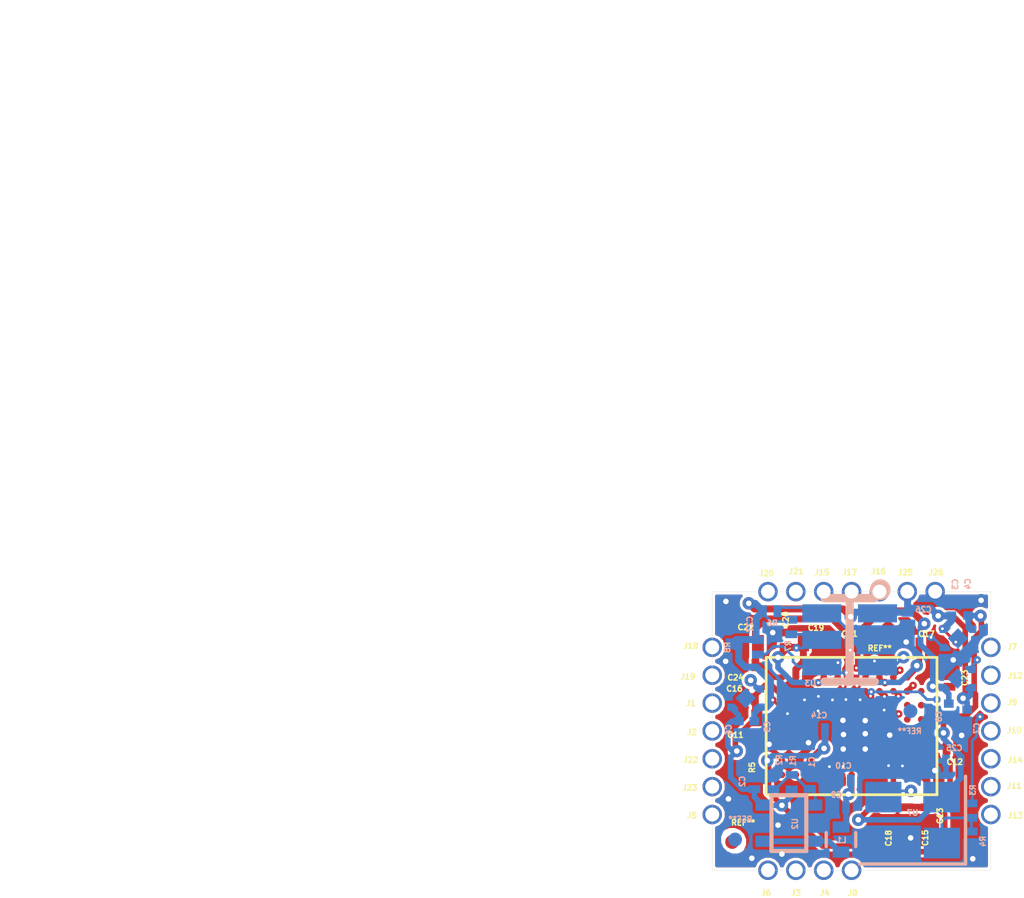
<source format=kicad_pcb>
(kicad_pcb (version 20171130) (host pcbnew "(5.0.1)-4")
  (layers (0 F.Cu signal) (1 In1.Cu signal) (2 In2.Cu signal) (31 B.Cu signal) (34 B.Paste user) (35 F.Paste user) (36 B.SilkS user) (37 F.SilkS user) (38 B.Mask user) (39 F.Mask user) (44 Edge.Cuts user))
  (net 0 "")
  (net 1 "Net-(U1-PadD10)")
  (net 2 "Net-(U1-PadE10)")
  (net 3 "Net-(U1-PadF10)")
  (net 4 "Net-(U1-PadG1)")
  (net 5 +3V3)
  (net 6 "Net-(U1-PadG9)")
  (net 7 "Net-(U1-PadF1)")
  (net 8 "Net-(U1-PadE11)")
  (net 9 "Net-(U1-PadD11)")
  (net 10 "Net-(U1-PadC11)")
  (net 11 "Net-(U1-PadC10)")
  (net 12 "Net-(U1-PadB11)")
  (net 13 +1V8)
  (net 14 "Net-(U1-PadH4)")
  (net 15 "Net-(U1-PadH3)")
  (net 16 "Net-(U1-PadH2)")
  (net 17 "Net-(U1-PadH1)")
  (net 18 BOT_PLATE)
  (net 19 "Net-(L1-Pad2)")
  (net 20 GND)
  (net 21 "Net-(C1-Pad1)")
  (net 22 "Net-(J7-Pad1)")
  (net 23 "Net-(R3-Pad1)")
  (net 24 EN_VPix)
  (net 25 EN_3V3)
  (net 26 EN_1V8)
  (net 27 VCC)
  (net 28 VDDA)
  (net 29 "Net-(R5-Pad2)")
  (net 30 /SS_N)
  (net 31 /SCK)
  (net 32 /MISO)
  (net 33 /MOSI)
  (net 34 /TRIGGER0)
  (net 35 /RESET_N)
  (net 36 /LOCK_DET)
  (net 37 /CLK_OUT)
  (net 38 /DOUT0)
  (net 39 /DOUT1)
  (net 40 /DOUT2)
  (net 41 /DOUT3)
  (net 42 /DOUT4)
  (net 43 /DOUT5)
  (net 44 /DOUT6)
  (net 45 /DOUT7)
  (net 46 /DOUT8)
  (net 47 /DOUT9)
  (net 48 /FRAME_V)
  (net 49 /LINE_V)
  (net 50 /M0)
  (net 51 /M1)
  (net 52 "Net-(U1-PadF2)")
  (module LocalFootprtLib:ODCSP67 (layer F.Cu) (at 28.56 24.055)
    (fp_text reference U1 hide)
    (fp_text value NOIP1SN0480A hide)
    (pad D10 smd circle (at 2 -0.24) (size 0.24 0.24) (layers F.Cu F.Paste F.Mask) (net 1 "Net-(U1-PadD10)"))
    (pad E10 smd circle (at 2 0.24) (size 0.24 0.24) (layers F.Cu F.Paste F.Mask) (net 2 "Net-(U1-PadE10)"))
    (pad F10 smd circle (at 2 0.75) (size 0.24 0.24) (layers F.Cu F.Paste F.Mask) (net 3 "Net-(U1-PadF10)"))
    (pad G1 smd circle (at -2.5 1.25) (size 0.24 0.24) (layers F.Cu F.Paste F.Mask) (net 4 "Net-(U1-PadG1)"))
    (pad G2 smd circle (at -2 1.25) (size 0.24 0.24) (layers F.Cu F.Paste F.Mask) (net 20 GND))
    (pad G3 smd circle (at -1.5 1.25) (size 0.24 0.24) (layers F.Cu F.Paste F.Mask) (net 5 +3V3))
    (pad G4 smd circle (at -1 1.25) (size 0.24 0.24) (layers F.Cu F.Paste F.Mask) (net 32 /MISO))
    (pad G5 smd circle (at -0.5 1.25) (size 0.24 0.24) (layers F.Cu F.Paste F.Mask) (net 33 /MOSI))
    (pad G6 smd circle (at 0 1.25) (size 0.24 0.24) (layers F.Cu F.Paste F.Mask) (net 20 GND))
    (pad G7 smd circle (at 0.5 1.25) (size 0.24 0.24) (layers F.Cu F.Paste F.Mask) (net 20 GND))
    (pad G8 smd circle (at 1 1.25) (size 0.24 0.24) (layers F.Cu F.Paste F.Mask) (net 20 GND))
    (pad G9 smd circle (at 1.5 1.25) (size 0.24 0.24) (layers F.Cu F.Paste F.Mask) (net 6 "Net-(U1-PadG9)"))
    (pad G10 smd circle (at 2 1.25) (size 0.24 0.24) (layers F.Cu F.Paste F.Mask) (net 36 /LOCK_DET))
    (pad G11 smd circle (at 2.5 1.25) (size 0.24 0.24) (layers F.Cu F.Paste F.Mask) (net 20 GND))
    (pad H11 smd circle (at 2.5 1.75) (size 0.24 0.24) (layers F.Cu F.Paste F.Mask) (net 5 +3V3))
    (pad H10 smd circle (at 2 1.75) (size 0.24 0.24) (layers F.Cu F.Paste F.Mask) (net 5 +3V3))
    (pad H9 smd circle (at 1.5 1.75) (size 0.24 0.24) (layers F.Cu F.Paste F.Mask) (net 13 +1V8))
    (pad H8 smd circle (at 1 1.75) (size 0.24 0.24) (layers F.Cu F.Paste F.Mask) (net 20 GND))
    (pad H7 smd circle (at 0.5 1.75) (size 0.24 0.24) (layers F.Cu F.Paste F.Mask) (net 20 GND))
    (pad H6 smd circle (at 0 1.75) (size 0.24 0.24) (layers F.Cu F.Paste F.Mask) (net 18 BOT_PLATE))
    (pad H5 smd circle (at -0.5 1.75) (size 0.24 0.24) (layers F.Cu F.Paste F.Mask) (net 20 GND))
    (pad H4 smd circle (at -1 1.75) (size 0.24 0.24) (layers F.Cu F.Paste F.Mask) (net 14 "Net-(U1-PadH4)"))
    (pad H3 smd circle (at -1.5 1.75) (size 0.24 0.24) (layers F.Cu F.Paste F.Mask) (net 15 "Net-(U1-PadH3)"))
    (pad H2 smd circle (at -2 1.75) (size 0.24 0.24) (layers F.Cu F.Paste F.Mask) (net 16 "Net-(U1-PadH2)"))
    (pad H1 smd circle (at -2.5 1.75) (size 0.24 0.24) (layers F.Cu F.Paste F.Mask) (net 17 "Net-(U1-PadH1)"))
    (pad F11 smd circle (at 2.5 0.75) (size 0.24 0.24) (layers F.Cu F.Paste F.Mask) (net 5 +3V3))
    (pad E11 smd circle (at 2.5 0.24) (size 0.24 0.24) (layers F.Cu F.Paste F.Mask) (net 8 "Net-(U1-PadE11)"))
    (pad D11 smd circle (at 2.5 -0.24) (size 0.24 0.24) (layers F.Cu F.Paste F.Mask) (net 9 "Net-(U1-PadD11)"))
    (pad D1 smd circle (at -2.5 -0.24) (size 0.24 0.24) (layers F.Cu F.Paste F.Mask) (net 51 /M1))
    (pad D2 smd circle (at -2 -0.24) (size 0.24 0.24) (layers F.Cu F.Paste F.Mask) (net 20 GND))
    (pad E2 smd circle (at -2 0.24) (size 0.24 0.24) (layers F.Cu F.Paste F.Mask) (net 20 GND))
    (pad E1 smd circle (at -2.5 0.24) (size 0.24 0.24) (layers F.Cu F.Paste F.Mask) (net 29 "Net-(R5-Pad2)"))
    (pad F1 smd circle (at -2.5 0.75) (size 0.24 0.24) (layers F.Cu F.Paste F.Mask) (net 7 "Net-(U1-PadF1)"))
    (pad F2 smd circle (at -2 0.75) (size 0.24 0.24) (layers F.Cu F.Paste F.Mask) (net 52 "Net-(U1-PadF2)"))
    (pad C11 smd circle (at 2.5 -0.75) (size 0.24 0.24) (layers F.Cu F.Paste F.Mask) (net 10 "Net-(U1-PadC11)"))
    (pad C10 smd circle (at 2 -0.75) (size 0.24 0.24) (layers F.Cu F.Paste F.Mask) (net 11 "Net-(U1-PadC10)"))
    (pad C9 smd circle (at 1.5 -0.75) (size 0.24 0.24) (layers F.Cu F.Paste F.Mask) (net 39 /DOUT1))
    (pad C8 smd circle (at 1 -0.75) (size 0.24 0.24) (layers F.Cu F.Paste F.Mask) (net 41 /DOUT3))
    (pad C7 smd circle (at 0.5 -0.75) (size 0.24 0.24) (layers F.Cu F.Paste F.Mask) (net 43 /DOUT5))
    (pad C6 smd circle (at 0 -0.75) (size 0.24 0.24) (layers F.Cu F.Paste F.Mask) (net 46 /DOUT8))
    (pad C5 smd circle (at -0.5 -0.75) (size 0.24 0.24) (layers F.Cu F.Paste F.Mask) (net 47 /DOUT9))
    (pad C4 smd circle (at -1 -0.75) (size 0.24 0.24) (layers F.Cu F.Paste F.Mask) (net 35 /RESET_N))
    (pad C3 smd circle (at -1.5 -0.75) (size 0.24 0.24) (layers F.Cu F.Paste F.Mask) (net 34 /TRIGGER0))
    (pad C2 smd circle (at -2 -0.75) (size 0.24 0.24) (layers F.Cu F.Paste F.Mask) (net 20 GND))
    (pad C1 smd circle (at -2.5 -0.75) (size 0.24 0.24) (layers F.Cu F.Paste F.Mask) (net 50 /M0))
    (pad B1 smd circle (at -2.5 -1.25) (size 0.24 0.24) (layers F.Cu F.Paste F.Mask) (net 5 +3V3))
    (pad B2 smd circle (at -2 -1.25) (size 0.24 0.24) (layers F.Cu F.Paste F.Mask) (net 20 GND))
    (pad B3 smd circle (at -1.5 -1.25) (size 0.24 0.24) (layers F.Cu F.Paste F.Mask) (net 20 GND))
    (pad B4 smd circle (at -1 -1.25) (size 0.24 0.24) (layers F.Cu F.Paste F.Mask) (net 31 /SCK))
    (pad B5 smd circle (at -0.5 -1.25) (size 0.24 0.24) (layers F.Cu F.Paste F.Mask) (net 49 /LINE_V))
    (pad B6 smd circle (at 0 -1.25) (size 0.24 0.24) (layers F.Cu F.Paste F.Mask) (net 28 VDDA))
    (pad B7 smd circle (at 0.5 -1.25) (size 0.24 0.24) (layers F.Cu F.Paste F.Mask) (net 44 /DOUT6))
    (pad B8 smd circle (at 1 -1.25) (size 0.24 0.24) (layers F.Cu F.Paste F.Mask) (net 42 /DOUT4))
    (pad B9 smd circle (at 1.5 -1.25) (size 0.24 0.24) (layers F.Cu F.Paste F.Mask) (net 38 /DOUT0))
    (pad B10 smd circle (at 2 -1.25) (size 0.24 0.24) (layers F.Cu F.Paste F.Mask) (net 28 VDDA))
    (pad B11 smd circle (at 2.5 -1.25) (size 0.24 0.24) (layers F.Cu F.Paste F.Mask) (net 12 "Net-(U1-PadB11)"))
    (pad A11 smd circle (at 2.5 -1.75) (size 0.24 0.24) (layers F.Cu F.Paste F.Mask) (net 20 GND))
    (pad A10 smd circle (at 2 -1.75) (size 0.24 0.24) (layers F.Cu F.Paste F.Mask) (net 13 +1V8))
    (pad A9 smd circle (at 1.5 -1.75) (size 0.24 0.24) (layers F.Cu F.Paste F.Mask) (net 40 /DOUT2))
    (pad A8 smd circle (at 1 -1.75) (size 0.24 0.24) (layers F.Cu F.Paste F.Mask) (net 37 /CLK_OUT))
    (pad A7 smd circle (at 0.5 -1.75) (size 0.24 0.24) (layers F.Cu F.Paste F.Mask) (net 45 /DOUT7))
    (pad A6 smd circle (at 0 -1.75) (size 0.24 0.24) (layers F.Cu F.Paste F.Mask) (net 20 GND))
    (pad A5 smd circle (at -0.5 -1.75) (size 0.24 0.24) (layers F.Cu F.Paste F.Mask) (net 48 /FRAME_V))
    (pad A4 smd circle (at -1 -1.75) (size 0.24 0.24) (layers F.Cu F.Paste F.Mask) (net 30 /SS_N))
    (pad A3 smd circle (at -1.5 -1.75) (size 0.24 0.24) (layers F.Cu F.Paste F.Mask) (net 20 GND))
    (pad A2 smd circle (at -2 -1.75) (size 0.24 0.24) (layers F.Cu F.Paste F.Mask) (net 13 +1V8))
    (pad A1 smd circle (at -2.5 -1.75) (size 0.24 0.24) (layers F.Cu F.Paste F.Mask) (net 28 VDDA))
  )
  (module Resistors_SMD:R_0201_NoSilk (layer B.Cu) (at 25.63876 19.93138)
    (fp_text reference R6 (at 0.07112 0.42672) (layer B.SilkS) (effects (font (size 0.2 0.2) (thickness 0.05)) (justify mirror)))
    (fp_text value 10k)
    (pad 1 smd rect (at -0.26 0) (size 0.28 0.43) (layers B.Cu B.Paste B.Mask) (net 27 VCC))
    (pad 2 smd rect (at 0.26 0) (size 0.28 0.43) (layers B.Cu B.Paste B.Mask) (net 26 EN_1V8))
  )
  (module Resistors_SMD:R_0201_NoSilk (layer B.Cu) (at 26.39314 20.50034 270)
    (fp_text reference R7 (at 0.67818 0.10922 270) (layer B.SilkS) (effects (font (size 0.2 0.2) (thickness 0.05)) (justify mirror)))
    (fp_text value 10k)
    (pad 1 smd rect (at -0.26 0 270) (size 0.28 0.43) (layers B.Cu B.Paste B.Mask) (net 27 VCC))
    (pad 2 smd rect (at 0.26 0 270) (size 0.28 0.43) (layers B.Cu B.Paste B.Mask) (net 25 EN_3V3))
  )
  (module Resistors_SMD:R_0201_NoSilk (layer B.Cu) (at 25.2 21.23 270)
    (fp_text reference R8 (at 0 1.1 270) (layer B.SilkS) (effects (font (size 0.2 0.2) (thickness 0.05)) (justify mirror)))
    (fp_text value 10k)
    (pad 1 smd rect (at -0.26 0 270) (size 0.28 0.43) (layers B.Cu B.Paste B.Mask) (net 27 VCC))
    (pad 2 smd rect (at 0.26 0 270) (size 0.28 0.43) (layers B.Cu B.Paste B.Mask) (net 24 EN_VPix))
  )
  (module castellated_hole_0.5 (layer F.Cu) (at 23.56 27.23)
    (fp_text reference J5 (at -0.73556 0.0369) (layer F.SilkS) (effects (font (size 0.2 0.2) (thickness 0.05))))
    (fp_text value TRIGGER0 hide)
    (pad 1 thru_hole circle (at 0 0) (size 0.7 0.7) (drill 0.5) (layers *.Cu *.Mask) (net 34 /TRIGGER0))
  )
  (module LocalFootprtLib:XDFN4 (layer B.Cu) (at 32.38 20.91 180)
    (fp_text reference U4)
    (fp_text value NCP163_1.8V)
    (pad 3 smd rect (at 0.398 -0.323 315) (size 0.212 0.15) (layers B.Cu B.Paste B.Mask) (net 26 EN_1V8))
    (pad 3 smd rect (at 0.465 -0.4 270) (size 0.11 0.39) (layers B.Cu B.Paste B.Mask) (net 26 EN_1V8))
    (pad 3 smd rect (at 0.54 -0.325 270) (size 0.26 0.24) (layers B.Cu B.Paste B.Mask) (net 26 EN_1V8))
    (pad 1 smd rect (at -0.54 0.325 90) (size 0.26 0.24) (layers B.Cu B.Paste B.Mask) (net 13 +1V8))
    (pad 1 smd rect (at -0.465 0.4 90) (size 0.11 0.39) (layers B.Cu B.Paste B.Mask) (net 13 +1V8))
    (pad 1 smd rect (at -0.398 0.323 135) (size 0.212 0.15) (layers B.Cu B.Paste B.Mask) (net 13 +1V8))
    (pad 4 smd rect (at 0.397 0.323 225) (size 0.212 0.15) (layers B.Cu B.Paste B.Mask) (net 27 VCC))
    (pad 4 smd rect (at 0.464 0.4 270) (size 0.11 0.39) (layers B.Cu B.Paste B.Mask) (net 27 VCC))
    (pad 4 smd rect (at 0.54 0.325 270) (size 0.26 0.24) (layers B.Cu B.Paste B.Mask) (net 27 VCC))
    (pad 5 smd rect (at 0 0 135) (size 0.52 0.52) (layers B.Cu B.Paste B.Mask))
    (pad 2 smd rect (at -0.54 -0.325 90) (size 0.26 0.24) (layers B.Cu B.Paste B.Mask) (net 20 GND))
    (pad 2 smd rect (at -0.465 -0.4 90) (size 0.11 0.39) (layers B.Cu B.Paste B.Mask) (net 20 GND))
    (pad 2 smd rect (at -0.398 -0.323 45) (size 0.212 0.15) (layers B.Cu B.Paste B.Mask) (net 20 GND))
  )
  (module LocalFootprtLib:XDFN4 (layer B.Cu) (at 24.76 23.05)
    (fp_text reference U5)
    (fp_text value NCP163_3.3V)
    (pad 3 smd rect (at 0.398 -0.323 135) (size 0.212 0.15) (layers B.Cu B.Paste B.Mask) (net 25 EN_3V3))
    (pad 3 smd rect (at 0.465 -0.4 90) (size 0.11 0.39) (layers B.Cu B.Paste B.Mask) (net 25 EN_3V3))
    (pad 3 smd rect (at 0.54 -0.325 90) (size 0.26 0.24) (layers B.Cu B.Paste B.Mask) (net 25 EN_3V3))
    (pad 1 smd rect (at -0.54 0.325 270) (size 0.26 0.24) (layers B.Cu B.Paste B.Mask) (net 5 +3V3))
    (pad 1 smd rect (at -0.465 0.4 270) (size 0.11 0.39) (layers B.Cu B.Paste B.Mask) (net 5 +3V3))
    (pad 1 smd rect (at -0.398 0.323 315) (size 0.212 0.15) (layers B.Cu B.Paste B.Mask) (net 5 +3V3))
    (pad 4 smd rect (at 0.397 0.323 45) (size 0.212 0.15) (layers B.Cu B.Paste B.Mask) (net 27 VCC))
    (pad 4 smd rect (at 0.464 0.4 90) (size 0.11 0.39) (layers B.Cu B.Paste B.Mask) (net 27 VCC))
    (pad 4 smd rect (at 0.54 0.325 90) (size 0.26 0.24) (layers B.Cu B.Paste B.Mask) (net 27 VCC))
    (pad 5 smd rect (at 0 0 315) (size 0.52 0.52) (layers B.Cu B.Paste B.Mask))
    (pad 2 smd rect (at -0.54 -0.325 270) (size 0.26 0.24) (layers B.Cu B.Paste B.Mask) (net 20 GND))
    (pad 2 smd rect (at -0.465 -0.4 270) (size 0.11 0.39) (layers B.Cu B.Paste B.Mask) (net 20 GND))
    (pad 2 smd rect (at -0.398 -0.323 225) (size 0.212 0.15) (layers B.Cu B.Paste B.Mask) (net 20 GND))
  )
  (module LocalFootprtLib:XDFN4 (layer B.Cu) (at 32.36 22.35)
    (fp_text reference U6)
    (fp_text value NCP163_3.3V)
    (pad 3 smd rect (at 0.398 -0.323 135) (size 0.212 0.15) (layers B.Cu B.Paste B.Mask) (net 24 EN_VPix))
    (pad 3 smd rect (at 0.465 -0.4 90) (size 0.11 0.39) (layers B.Cu B.Paste B.Mask) (net 24 EN_VPix))
    (pad 3 smd rect (at 0.54 -0.325 90) (size 0.26 0.24) (layers B.Cu B.Paste B.Mask) (net 24 EN_VPix))
    (pad 1 smd rect (at -0.54 0.325 270) (size 0.26 0.24) (layers B.Cu B.Paste B.Mask) (net 28 VDDA))
    (pad 1 smd rect (at -0.465 0.4 270) (size 0.11 0.39) (layers B.Cu B.Paste B.Mask) (net 28 VDDA))
    (pad 1 smd rect (at -0.398 0.323 315) (size 0.212 0.15) (layers B.Cu B.Paste B.Mask) (net 28 VDDA))
    (pad 4 smd rect (at 0.397 0.323 45) (size 0.212 0.15) (layers B.Cu B.Paste B.Mask) (net 27 VCC))
    (pad 4 smd rect (at 0.464 0.4 90) (size 0.11 0.39) (layers B.Cu B.Paste B.Mask) (net 27 VCC))
    (pad 4 smd rect (at 0.54 0.325 90) (size 0.26 0.24) (layers B.Cu B.Paste B.Mask) (net 27 VCC))
    (pad 5 smd rect (at 0 0 315) (size 0.52 0.52) (layers B.Cu B.Paste B.Mask))
    (pad 2 smd rect (at -0.54 -0.325 270) (size 0.26 0.24) (layers B.Cu B.Paste B.Mask) (net 20 GND))
    (pad 2 smd rect (at -0.465 -0.4 270) (size 0.11 0.39) (layers B.Cu B.Paste B.Mask) (net 20 GND))
    (pad 2 smd rect (at -0.398 -0.323 225) (size 0.212 0.15) (layers B.Cu B.Paste B.Mask) (net 20 GND))
  )
  (module Oscillators:Oscillator_SMD_Abracon_ASE-4pin_3.2x2.5mm (layer B.Cu) (at 30.75 27.43 180)
    (fp_text reference U7 (at 0.00076 0.26216 180) (layer B.SilkS) (effects (font (size 0.2 0.2) (thickness 0.05)) (justify mirror)))
    (fp_text value MEM-OSC)
    (pad 1 smd rect (at -1.05 -0.825 180) (size 1.3 1.1) (layers B.Cu B.Paste B.Mask) (net 23 "Net-(R3-Pad1)"))
    (pad 2 smd rect (at 1.05 -0.825 180) (size 1.3 1.1) (layers B.Cu B.Paste B.Mask) (net 20 GND))
    (pad 3 smd rect (at 1.05 0.825 180) (size 1.3 1.1) (layers B.Cu B.Paste B.Mask) (net 6 "Net-(U1-PadG9)"))
    (pad 4 smd rect (at -1.05 0.825 180) (size 1.3 1.1) (layers B.Cu B.Paste B.Mask) (net 13 +1V8))
  )
  (module Resistors_SMD:R_0201_NoSilk (layer F.Cu) (at 32.23 24.86)
    (fp_text reference C12 (at 0.03308 0.48412) (layer F.SilkS) (effects (font (size 0.2 0.2) (thickness 0.05))))
    (fp_text value 100nF)
    (pad 1 smd rect (at -0.26 0) (size 0.28 0.43) (layers F.Cu F.Paste F.Mask) (net 5 +3V3))
    (pad 2 smd rect (at 0.26 0) (size 0.28 0.43) (layers F.Cu F.Paste F.Mask) (net 20 GND))
  )
  (module Resistors_SMD:R_0201_NoSilk (layer B.Cu) (at 27.3441 24.1703 180)
    (fp_text reference C14 (at -0.0498 0.50258 180) (layer B.SilkS) (effects (font (size 0.2 0.2) (thickness 0.05)) (justify mirror)))
    (fp_text value 100nF)
    (pad 1 smd rect (at -0.26 0 180) (size 0.28 0.43) (layers B.Cu B.Paste B.Mask) (net 5 +3V3))
    (pad 2 smd rect (at 0.26 0 180) (size 0.28 0.43) (layers B.Cu B.Paste B.Mask) (net 20 GND))
  )
  (module Resistors_SMD:R_0201_NoSilk (layer F.Cu) (at 30.56 27.23 270)
    (fp_text reference C15 (at 0.837 -0.6439 270) (layer F.SilkS) (effects (font (size 0.2 0.2) (thickness 0.05))))
    (fp_text value 10nF)
    (pad 1 smd rect (at -0.26 0 270) (size 0.28 0.43) (layers F.Cu F.Paste F.Mask) (net 5 +3V3))
    (pad 2 smd rect (at 0.26 0 270) (size 0.28 0.43) (layers F.Cu F.Paste F.Mask) (net 20 GND))
  )
  (module Resistors_SMD:R_0201_NoSilk (layer F.Cu) (at 31.26 27.23 270)
    (fp_text reference C13 (at 0.0496 -0.47476 270) (layer F.SilkS) (effects (font (size 0.2 0.2) (thickness 0.05))))
    (fp_text value 100nF)
    (pad 1 smd rect (at -0.26 0 270) (size 0.28 0.43) (layers F.Cu F.Paste F.Mask) (net 5 +3V3))
    (pad 2 smd rect (at 0.26 0 270) (size 0.28 0.43) (layers F.Cu F.Paste F.Mask) (net 20 GND))
  )
  (module Resistors_SMD:R_0201_NoSilk (layer F.Cu) (at 24.83 23.09 180)
    (fp_text reference C16 (at 0.47394 0.37732 180) (layer F.SilkS) (effects (font (size 0.2 0.2) (thickness 0.05))))
    (fp_text value 10nF)
    (pad 1 smd rect (at -0.26 0 180) (size 0.28 0.43) (layers F.Cu F.Paste F.Mask) (net 5 +3V3))
    (pad 2 smd rect (at 0.26 0 180) (size 0.28 0.43) (layers F.Cu F.Paste F.Mask) (net 20 GND))
  )
  (module Capacitors_SMD:C_0201_NoSilk (layer B.Cu) (at 32.05 23.53 270)
    (fp_text reference C8 (at 0.18598 0.35842 270) (layer B.SilkS) (effects (font (size 0.2 0.2) (thickness 0.05)) (justify mirror)))
    (fp_text value 1uF)
    (pad 1 smd rect (at -0.28 0 270) (size 0.3 0.35) (layers B.Cu B.Paste B.Mask) (net 28 VDDA))
    (pad 2 smd rect (at 0.28 0 270) (size 0.3 0.35) (layers B.Cu B.Paste B.Mask) (net 20 GND))
  )
  (module Capacitors_SMD:C_0201_NoSilk (layer B.Cu) (at 32.71 23.74 270)
    (fp_text reference C7 (at 0.39254 -0.3481 270) (layer B.SilkS) (effects (font (size 0.2 0.2) (thickness 0.05)) (justify mirror)))
    (fp_text value 1uF)
    (pad 1 smd rect (at -0.28 0 270) (size 0.3 0.35) (layers B.Cu B.Paste B.Mask) (net 27 VCC))
    (pad 2 smd rect (at 0.28 0 270) (size 0.3 0.35) (layers B.Cu B.Paste B.Mask) (net 20 GND))
  )
  (module Capacitors_SMD:C_0201_NoSilk (layer B.Cu) (at 24.512 24.1576 270)
    (fp_text reference C6 (at 0.03082 0.35914 270) (layer B.SilkS) (effects (font (size 0.2 0.2) (thickness 0.05)) (justify mirror)))
    (fp_text value 1uF)
    (pad 1 smd rect (at -0.28 0 270) (size 0.3 0.35) (layers B.Cu B.Paste B.Mask) (net 5 +3V3))
    (pad 2 smd rect (at 0.28 0 270) (size 0.3 0.35) (layers B.Cu B.Paste B.Mask) (net 20 GND))
  )
  (module Capacitors_SMD:C_0201_NoSilk (layer B.Cu) (at 25.07 24.16 270)
    (fp_text reference C5 (at -0.0808 -0.46462 270) (layer B.SilkS) (effects (font (size 0.2 0.2) (thickness 0.05)) (justify mirror)))
    (fp_text value 1uF)
    (pad 1 smd rect (at -0.28 0 270) (size 0.3 0.35) (layers B.Cu B.Paste B.Mask) (net 27 VCC))
    (pad 2 smd rect (at 0.28 0 270) (size 0.3 0.35) (layers B.Cu B.Paste B.Mask) (net 20 GND))
  )
  (module Capacitors_SMD:C_0201_NoSilk (layer B.Cu) (at 32.74 19.81 90)
    (fp_text reference C4 (at 0.85906 -0.00702 90) (layer B.SilkS) (effects (font (size 0.2 0.2) (thickness 0.05)) (justify mirror)))
    (fp_text value 1uF)
    (pad 1 smd rect (at -0.28 0 90) (size 0.3 0.35) (layers B.Cu B.Paste B.Mask) (net 13 +1V8))
    (pad 2 smd rect (at 0.28 0 90) (size 0.3 0.35) (layers B.Cu B.Paste B.Mask) (net 20 GND))
  )
  (module Capacitors_SMD:C_0201_NoSilk (layer B.Cu) (at 32.14 19.81 90)
    (fp_text reference C3 (at 0.84636 0.14086 90) (layer B.SilkS) (effects (font (size 0.2 0.2) (thickness 0.05)) (justify mirror)))
    (fp_text value 1uF)
    (pad 1 smd rect (at -0.28 0 90) (size 0.3 0.35) (layers B.Cu B.Paste B.Mask) (net 27 VCC))
    (pad 2 smd rect (at 0.28 0 90) (size 0.3 0.35) (layers B.Cu B.Paste B.Mask) (net 20 GND))
  )
  (module Resistors_SMD:R_0201_NoSilk (layer B.Cu) (at 30.57 20.25 270)
    (fp_text reference C26 (at -0.3745 -0.5704) (layer B.SilkS) (effects (font (size 0.2 0.2) (thickness 0.05)) (justify mirror)))
    (fp_text value 100nF)
    (pad 1 smd rect (at -0.26 0 270) (size 0.28 0.43) (layers B.Cu B.Paste B.Mask) (net 27 VCC))
    (pad 2 smd rect (at 0.26 0 270) (size 0.28 0.43) (layers B.Cu B.Paste B.Mask) (net 20 GND))
  )
  (module Resistors_SMD:R_0201_NoSilk (layer B.Cu) (at 32.21 25.3)
    (fp_text reference C25 (at 0.03546 -0.45606) (layer B.SilkS) (effects (font (size 0.2 0.2) (thickness 0.05)) (justify mirror)))
    (fp_text value 100nF)
    (pad 1 smd rect (at -0.26 0) (size 0.28 0.43) (layers B.Cu B.Paste B.Mask) (net 20 GND))
    (pad 2 smd rect (at 0.26 0) (size 0.28 0.43) (layers B.Cu B.Paste B.Mask) (net 13 +1V8))
  )
  (module Resistors_SMD:R_0201_NoSilk (layer F.Cu) (at 24.85 21.87 180)
    (fp_text reference C24 (at 0.4533 -0.4439 180) (layer F.SilkS) (effects (font (size 0.2 0.2) (thickness 0.05))))
    (fp_text value 10nF)
    (pad 1 smd rect (at -0.26 0 180) (size 0.28 0.43) (layers F.Cu F.Paste F.Mask) (net 28 VDDA))
    (pad 2 smd rect (at 0.26 0 180) (size 0.28 0.43) (layers F.Cu F.Paste F.Mask) (net 20 GND))
  )
  (module Resistors_SMD:R_0201_NoSilk (layer F.Cu) (at 32.07258 22.38502 90)
    (fp_text reference C23 (at 0.0635 0.55372 90) (layer F.SilkS) (effects (font (size 0.2 0.2) (thickness 0.05))))
    (fp_text value 100nF)
    (pad 1 smd rect (at -0.26 0 90) (size 0.28 0.43) (layers F.Cu F.Paste F.Mask) (net 28 VDDA))
    (pad 2 smd rect (at 0.26 0 90) (size 0.28 0.43) (layers F.Cu F.Paste F.Mask) (net 20 GND))
  )
  (module Resistors_SMD:R_0201_NoSilk (layer F.Cu) (at 28.52 21.19 180)
    (fp_text reference C21 (at 0.03136 0.44582 180) (layer F.SilkS) (effects (font (size 0.2 0.2) (thickness 0.05))))
    (fp_text value 100nF)
    (pad 1 smd rect (at -0.26 0 180) (size 0.28 0.43) (layers F.Cu F.Paste F.Mask) (net 28 VDDA))
    (pad 2 smd rect (at 0.26 0 180) (size 0.28 0.43) (layers F.Cu F.Paste F.Mask) (net 20 GND))
  )
  (module Resistors_SMD:R_0201_NoSilk (layer F.Cu) (at 26.19502 20.95754 90)
    (fp_text reference C20 (at 0.72898 0.00254 90) (layer F.SilkS) (effects (font (size 0.2 0.2) (thickness 0.05))))
    (fp_text value 10nF)
    (pad 1 smd rect (at -0.26 0 90) (size 0.28 0.43) (layers F.Cu F.Paste F.Mask) (net 13 +1V8))
    (pad 2 smd rect (at 0.26 0 90) (size 0.28 0.43) (layers F.Cu F.Paste F.Mask) (net 20 GND))
  )
  (module Resistors_SMD:R_0201_NoSilk (layer F.Cu) (at 29.86 27.23 270)
    (fp_text reference C18 (at 0.8497 -0.02818 270) (layer F.SilkS) (effects (font (size 0.2 0.2) (thickness 0.05))))
    (fp_text value 100nF)
    (pad 1 smd rect (at -0.26 0 270) (size 0.28 0.43) (layers F.Cu F.Paste F.Mask) (net 13 +1V8))
    (pad 2 smd rect (at 0.26 0 270) (size 0.28 0.43) (layers F.Cu F.Paste F.Mask) (net 20 GND))
  )
  (module Resistors_SMD:R_0201_NoSilk (layer F.Cu) (at 31.2557 21.0969)
    (fp_text reference C17 (at -0.00608 -0.34764) (layer F.SilkS) (effects (font (size 0.2 0.2) (thickness 0.05))))
    (fp_text value 100nF)
    (pad 1 smd rect (at -0.26 0) (size 0.28 0.43) (layers F.Cu F.Paste F.Mask) (net 13 +1V8))
    (pad 2 smd rect (at 0.26 0) (size 0.28 0.43) (layers F.Cu F.Paste F.Mask) (net 20 GND))
  )
  (module Resistors_SMD:R_0201_NoSilk (layer F.Cu) (at 24.99 24.82 90)
    (fp_text reference R5 (at -0.7197 -0.00148 90) (layer F.SilkS) (effects (font (size 0.2 0.2) (thickness 0.05))))
    (fp_text value 47.5k)
    (pad 1 smd rect (at -0.26 0 90) (size 0.28 0.43) (layers F.Cu F.Paste F.Mask) (net 20 GND))
    (pad 2 smd rect (at 0.26 0 90) (size 0.28 0.43) (layers F.Cu F.Paste F.Mask) (net 29 "Net-(R5-Pad2)"))
  )
  (module Resistors_SMD:R_0201_NoSilk (layer B.Cu) (at 28.27 26.01 180)
    (fp_text reference C10 (at -0.0002 0.53126 180) (layer B.SilkS) (effects (font (size 0.2 0.2) (thickness 0.05)) (justify mirror)))
    (fp_text value 100nF)
    (pad 1 smd rect (at -0.26 0 180) (size 0.28 0.43) (layers B.Cu B.Paste B.Mask) (net 18 BOT_PLATE))
    (pad 2 smd rect (at 0.26 0 180) (size 0.28 0.43) (layers B.Cu B.Paste B.Mask) (net 20 GND))
  )
  (module Resistors_SMD:R_0201_NoSilk (layer B.Cu) (at 28.1 26.98 180)
    (fp_text reference C9 (at 0.08634 0.45478) (layer B.SilkS) (effects (font (size 0.2 0.2) (thickness 0.05)) (justify mirror)))
    (fp_text value 1uF)
    (pad 1 smd rect (at -0.26 0 180) (size 0.28 0.43) (layers B.Cu B.Paste B.Mask) (net 18 BOT_PLATE))
    (pad 2 smd rect (at 0.26 0 180) (size 0.28 0.43) (layers B.Cu B.Paste B.Mask) (net 20 GND))
  )
  (module Resistors_SMD:R_0201_NoSilk (layer B.Cu) (at 32.86 28.1 270)
    (fp_text reference R4 (at 0.094 -0.41146 270) (layer B.SilkS) (effects (font (size 0.2 0.2) (thickness 0.05)) (justify mirror)))
    (fp_text value DNP)
    (pad 1 smd rect (at -0.26 0 270) (size 0.28 0.43) (layers B.Cu B.Paste B.Mask) (net 23 "Net-(R3-Pad1)"))
    (pad 2 smd rect (at 0.26 0 270) (size 0.28 0.43) (layers B.Cu B.Paste B.Mask) (net 20 GND))
  )
  (module Resistors_SMD:R_0201_NoSilk (layer B.Cu) (at 32.86 27.09 90)
    (fp_text reference R3 (at 0.74004 0.05078 90) (layer B.SilkS) (effects (font (size 0.2 0.2) (thickness 0.05)) (justify mirror)))
    (fp_text value 1.5k)
    (pad 1 smd rect (at -0.26 0 90) (size 0.28 0.43) (layers B.Cu B.Paste B.Mask) (net 23 "Net-(R3-Pad1)"))
    (pad 2 smd rect (at 0.26 0 90) (size 0.28 0.43) (layers B.Cu B.Paste B.Mask) (net 24 EN_VPix))
  )
  (module Resistors_SMD:R_0201_NoSilk (layer B.Cu) (at 25.75 26.06 90)
    (fp_text reference R2 (at 0.78954 0.21388 90) (layer B.SilkS) (effects (font (size 0.2 0.2) (thickness 0.05)) (justify mirror)))
    (fp_text value 1.8k)
    (pad 1 smd rect (at -0.26 0 90) (size 0.28 0.43) (layers B.Cu B.Paste B.Mask) (net 21 "Net-(C1-Pad1)"))
    (pad 2 smd rect (at 0.26 0 90) (size 0.28 0.43) (layers B.Cu B.Paste B.Mask) (net 20 GND))
  )
  (module Resistors_SMD:R_0201_NoSilk (layer B.Cu) (at 26.41 26.07 90)
    (fp_text reference R1 (at 0.76652 0.0441 90) (layer B.SilkS) (effects (font (size 0.2 0.2) (thickness 0.05)) (justify mirror)))
    (fp_text value 1.5k)
    (pad 1 smd rect (at -0.26 0 90) (size 0.28 0.43) (layers B.Cu B.Paste B.Mask) (net 5 +3V3))
    (pad 2 smd rect (at 0.26 0 90) (size 0.28 0.43) (layers B.Cu B.Paste B.Mask) (net 21 "Net-(C1-Pad1)"))
  )
  (module Resistors_SMD:R_0201_NoSilk (layer B.Cu) (at 25.07 26.06 90)
    (fp_text reference C2 (at 0.01738 -0.432 90) (layer B.SilkS) (effects (font (size 0.2 0.2) (thickness 0.05)) (justify mirror)))
    (fp_text value 100nF)
    (pad 1 smd rect (at -0.26 0 90) (size 0.28 0.43) (layers B.Cu B.Paste B.Mask) (net 5 +3V3))
    (pad 2 smd rect (at 0.26 0 90) (size 0.28 0.43) (layers B.Cu B.Paste B.Mask) (net 20 GND))
  )
  (module Resistors_SMD:R_0201_NoSilk (layer B.Cu) (at 27.06 26.05 90)
    (fp_text reference C1 (at 0.70334 0.07482 90) (layer B.SilkS) (effects (font (size 0.2 0.2) (thickness 0.05)) (justify mirror)))
    (fp_text value 100nF)
    (pad 1 smd rect (at -0.26 0 90) (size 0.28 0.43) (layers B.Cu B.Paste B.Mask) (net 21 "Net-(C1-Pad1)"))
    (pad 2 smd rect (at 0.26 0 90) (size 0.28 0.43) (layers B.Cu B.Paste B.Mask) (net 20 GND))
  )
  (module Inductors_SMD:L_0402 (layer B.Cu) (at 28.18 28.13 270)
    (fp_text reference L1 (at 0.01828 -0.02162) (layer B.SilkS) (effects (font (size 0.2 0.2) (thickness 0.05)) (justify mirror)))
    (fp_text value Ferrite_Bead_Small)
    (pad 1 smd rect (at -0.45 0 270) (size 0.4 0.6) (layers B.Cu B.Paste B.Mask) (net 18 BOT_PLATE))
    (pad 2 smd rect (at 0.45 0 270) (size 0.4 0.6) (layers B.Cu B.Paste B.Mask) (net 19 "Net-(L1-Pad2)"))
  )
  (module Resistors_SMD:R_0402_NoSilk (layer F.Cu) (at 24.71 23.76 180)
    (fp_text reference C11 (at 0.31584 -0.61384 180) (layer F.SilkS) (effects (font (size 0.2 0.2) (thickness 0.05))))
    (fp_text value 10uF)
    (pad 1 smd rect (at -0.45 0 180) (size 0.4 0.6) (layers F.Cu F.Paste F.Mask) (net 5 +3V3))
    (pad 2 smd rect (at 0.45 0 180) (size 0.4 0.6) (layers F.Cu F.Paste F.Mask) (net 20 GND))
  )
  (module Resistors_SMD:R_0402_NoSilk (layer F.Cu) (at 27.28 21.07)
    (fp_text reference C19 (at 0.00214 -0.53918) (layer F.SilkS) (effects (font (size 0.2 0.2) (thickness 0.05))))
    (fp_text value 10uF)
    (pad 1 smd rect (at -0.45 0) (size 0.4 0.6) (layers F.Cu F.Paste F.Mask) (net 13 +1V8))
    (pad 2 smd rect (at 0.45 0) (size 0.4 0.6) (layers F.Cu F.Paste F.Mask) (net 20 GND))
  )
  (module Resistors_SMD:R_0402_NoSilk (layer F.Cu) (at 24.76246 21.08962 180)
    (fp_text reference C22 (at 0 0.58166 180) (layer F.SilkS) (effects (font (size 0.2 0.2) (thickness 0.05))))
    (fp_text value 10uF)
    (pad 1 smd rect (at -0.45 0 180) (size 0.4 0.6) (layers F.Cu F.Paste F.Mask) (net 28 VDDA))
    (pad 2 smd rect (at 0.45 0 180) (size 0.4 0.6) (layers F.Cu F.Paste F.Mask) (net 20 GND))
  )
  (module Resistors_SMD:R_0402_NoSilk (layer B.Cu) (at 24.35 20.65274 90)
    (fp_text reference C27 (at 0.254 0.55626 90) (layer B.SilkS) (effects (font (size 0.2 0.2) (thickness 0.05)) (justify mirror)))
    (fp_text value 10uF)
    (pad 1 smd rect (at -0.45 0 90) (size 0.4 0.6) (layers B.Cu B.Paste B.Mask) (net 27 VCC))
    (pad 2 smd rect (at 0.45 0 90) (size 0.4 0.6) (layers B.Cu B.Paste B.Mask) (net 20 GND))
  )
  (module LocalFootprtLib:LM3880 (layer B.Cu) (at 29.39 20.96 270)
    (fp_text reference U3 (at 1.55964 2.30852) (layer B.SilkS) (effects (font (size 0.2 0.2) (thickness 0.05)) (justify mirror)))
    (fp_text value LM3880 hide)
    (pad 4 smd rect (at 0.95 1.9 270) (size 0.65 1.4) (layers B.Cu B.Paste B.Mask) (net 24 EN_VPix))
    (pad 5 smd rect (at 0 1.9 270) (size 0.65 1.4) (layers B.Cu B.Paste B.Mask) (net 25 EN_3V3))
    (pad 6 smd rect (at -0.95 1.9 270) (size 0.65 1.4) (layers B.Cu B.Paste B.Mask) (net 26 EN_1V8))
    (pad 3 smd rect (at 0.95 -0.1 270) (size 0.65 1.4) (layers B.Cu B.Paste B.Mask) (net 22 "Net-(J7-Pad1)"))
    (pad 1 smd rect (at -0.95 -0.1 270) (size 0.65 1.4) (layers B.Cu B.Paste B.Mask) (net 27 VCC))
    (pad 2 smd rect (at 0 -0.1 270) (size 0.65 1.4) (layers B.Cu B.Paste B.Mask) (net 20 GND))
  )
  (module LocalFootprtLib:SC-70 (layer B.Cu) (at 26.31 27.54 270)
    (fp_text reference U2 (at 0.02408 -0.21776 270) (layer B.SilkS) (effects (font (size 0.2 0.2) (thickness 0.05)) (justify mirror)))
    (fp_text value LMV321)
    (pad 3 smd rect (at 0.65 -0.95 270) (size 0.4 0.5) (layers B.Cu B.Paste B.Mask) (net 19 "Net-(L1-Pad2)"))
    (pad 2 smd rect (at 0 -0.95 270) (size 0.4 0.5) (layers B.Cu B.Paste B.Mask) (net 20 GND))
    (pad 1 smd rect (at -0.65 -0.95 270) (size 0.4 0.5) (layers B.Cu B.Paste B.Mask) (net 21 "Net-(C1-Pad1)"))
    (pad 4 smd rect (at 0.65 0.95 270) (size 0.4 0.5) (layers B.Cu B.Paste B.Mask) (net 19 "Net-(L1-Pad2)"))
    (pad 5 smd rect (at -0.65 0.95 270) (size 0.4 0.5) (layers B.Cu B.Paste B.Mask) (net 5 +3V3))
  )
  (module LocalFootprtLib:castellated_hole_0.5 (layer F.Cu) (at 23.56 26.23)
    (fp_text reference J23 (at -0.80668 0.03868) (layer F.SilkS) (effects (font (size 0.2 0.2) (thickness 0.05))))
    (fp_text value MON1 hide)
    (pad 1 thru_hole circle (at 0 0) (size 0.7 0.7) (drill 0.5) (layers *.Cu *.Mask) (net 51 /M1))
  )
  (module LocalFootprtLib:castellated_hole_0.5 (layer F.Cu) (at 31.56 19.23)
    (fp_text reference J26 (at 0.03252 -0.69054) (layer F.SilkS) (effects (font (size 0.2 0.2) (thickness 0.05))))
    (fp_text value GND hide)
    (pad 1 thru_hole circle (at 0 0) (size 0.7 0.7) (drill 0.5) (layers *.Cu *.Mask) (net 20 GND))
  )
  (module LocalFootprtLib:castellated_hole_0.5 (layer F.Cu) (at 30.56 19.23)
    (fp_text reference J25 (at -0.07238 -0.69054) (layer F.SilkS) (effects (font (size 0.2 0.2) (thickness 0.05))))
    (fp_text value POWER hide)
    (pad 1 thru_hole circle (at 0 0) (size 0.7 0.7) (drill 0.5) (layers *.Cu *.Mask) (net 27 VCC))
  )
  (module LocalFootprtLib:castellated_hole_0.5 (layer F.Cu) (at 25.56 29.23)
    (fp_text reference J6 (at -0.06348 0.81312) (layer F.SilkS) (effects (font (size 0.2 0.2) (thickness 0.05))))
    (fp_text value RESET_N hide)
    (pad 1 thru_hole circle (at 0 0) (size 0.7 0.7) (drill 0.5) (layers *.Cu *.Mask) (net 35 /RESET_N))
  )
  (module LocalFootprtLib:castellated_hole_0.5 (layer F.Cu) (at 23.56 25.23)
    (fp_text reference J22 (at -0.77112 0.04046) (layer F.SilkS) (effects (font (size 0.2 0.2) (thickness 0.05))))
    (fp_text value MON0 hide)
    (pad 1 thru_hole circle (at 0 0) (size 0.7 0.7) (drill 0.5) (layers *.Cu *.Mask) (net 50 /M0))
  )
  (module LocalFootprtLib:castellated_hole_0.5 (layer F.Cu) (at 26.56 19.23)
    (fp_text reference J21 (at 0.0084 -0.7261) (layer F.SilkS) (effects (font (size 0.2 0.2) (thickness 0.05))))
    (fp_text value LINE_VALID hide)
    (pad 1 thru_hole circle (at 0 0) (size 0.7 0.7) (drill 0.5) (layers *.Cu *.Mask) (net 49 /LINE_V))
  )
  (module LocalFootprtLib:castellated_hole_0.5 (layer F.Cu) (at 25.56 19.23)
    (fp_text reference J20 (at -0.0584 -0.65498) (layer F.SilkS) (effects (font (size 0.2 0.2) (thickness 0.05))))
    (fp_text value FRAME_VALID hide)
    (pad 1 thru_hole circle (at 0 0) (size 0.7 0.7) (drill 0.5) (layers *.Cu *.Mask) (net 48 /FRAME_V))
  )
  (module LocalFootprtLib:castellated_hole_0.5 (layer F.Cu) (at 23.56 22.23)
    (fp_text reference J19 (at -0.87272 0.05088) (layer F.SilkS) (effects (font (size 0.2 0.2) (thickness 0.05))))
    (fp_text value DOUT9 hide)
    (pad 1 thru_hole circle (at 0 0) (size 0.7 0.7) (drill 0.5) (layers *.Cu *.Mask) (net 47 /DOUT9))
  )
  (module LocalFootprtLib:castellated_hole_0.5 (layer F.Cu) (at 23.56 21.23)
    (fp_text reference J18 (at -0.76604 -0.05402) (layer F.SilkS) (effects (font (size 0.2 0.2) (thickness 0.05))))
    (fp_text value DOUT8 hide)
    (pad 1 thru_hole circle (at 0 0) (size 0.7 0.7) (drill 0.5) (layers *.Cu *.Mask) (net 46 /DOUT8))
  )
  (module LocalFootprtLib:castellated_hole_0.5 (layer F.Cu) (at 28.56 19.23)
    (fp_text reference J17 (at -0.06882 -0.69054) (layer F.SilkS) (effects (font (size 0.2 0.2) (thickness 0.05))))
    (fp_text value DOUT7 hide)
    (pad 1 thru_hole circle (at 0 0) (size 0.7 0.7) (drill 0.5) (layers *.Cu *.Mask) (net 45 /DOUT7))
  )
  (module LocalFootprtLib:castellated_hole_0.5 (layer F.Cu) (at 29.56 19.23)
    (fp_text reference J16 (at -0.03504 -0.7261) (layer F.SilkS) (effects (font (size 0.2 0.2) (thickness 0.05))))
    (fp_text value DOUT6 hide)
    (pad 1 thru_hole circle (at 0 0) (size 0.7 0.7) (drill 0.5) (layers *.Cu *.Mask) (net 44 /DOUT6))
  )
  (module LocalFootprtLib:castellated_hole_0.5 (layer F.Cu) (at 27.56 19.23)
    (fp_text reference J15 (at -0.0645 -0.69054) (layer F.SilkS) (effects (font (size 0.2 0.2) (thickness 0.05))))
    (fp_text value DOUT5 hide)
    (pad 1 thru_hole circle (at 0 0) (size 0.7 0.7) (drill 0.5) (layers *.Cu *.Mask) (net 43 /DOUT5))
  )
  (module LocalFootprtLib:castellated_hole_0.5 (layer F.Cu) (at 33.56 25.23)
    (fp_text reference J14 (at 0.87478 0.04046) (layer F.SilkS) (effects (font (size 0.2 0.2) (thickness 0.05))))
    (fp_text value DOUT4 hide)
    (pad 1 thru_hole circle (at 0 0) (size 0.7 0.7) (drill 0.5) (layers *.Cu *.Mask) (net 42 /DOUT4))
  )
  (module LocalFootprtLib:castellated_hole_0.5 (layer F.Cu) (at 33.56 27.23)
    (fp_text reference J13 (at 0.87478 0.0369) (layer F.SilkS) (effects (font (size 0.2 0.2) (thickness 0.05))))
    (fp_text value DOUT3 hide)
    (pad 1 thru_hole circle (at 0 0) (size 0.7 0.7) (drill 0.5) (layers *.Cu *.Mask) (net 41 /DOUT3))
  )
  (module LocalFootprtLib:castellated_hole_0.5 (layer F.Cu) (at 33.56 22.23)
    (fp_text reference J12 (at 0.87478 0.01532) (layer F.SilkS) (effects (font (size 0.2 0.2) (thickness 0.05))))
    (fp_text value DOUT2 hide)
    (pad 1 thru_hole circle (at 0 0) (size 0.7 0.7) (drill 0.5) (layers *.Cu *.Mask) (net 40 /DOUT2))
  )
  (module LocalFootprtLib:castellated_hole_0.5 (layer F.Cu) (at 33.56 26.23)
    (fp_text reference J11 (at 0.83922 -0.03244) (layer F.SilkS) (effects (font (size 0.2 0.2) (thickness 0.05))))
    (fp_text value DOUT1 hide)
    (pad 1 thru_hole circle (at 0 0) (size 0.7 0.7) (drill 0.5) (layers *.Cu *.Mask) (net 39 /DOUT1))
  )
  (module LocalFootprtLib:castellated_hole_0.5 (layer F.Cu) (at 33.56 24.23)
    (fp_text reference J10 (at 0.83922 -0.02634) (layer F.SilkS) (effects (font (size 0.2 0.2) (thickness 0.05))))
    (fp_text value DOUT0 hide)
    (pad 1 thru_hole circle (at 0 0) (size 0.7 0.7) (drill 0.5) (layers *.Cu *.Mask) (net 38 /DOUT0))
  )
  (module LocalFootprtLib:castellated_hole_0.5 (layer F.Cu) (at 33.56 23.23)
    (fp_text reference J9 (at 0.7681 -0.02456) (layer F.SilkS) (effects (font (size 0.2 0.2) (thickness 0.05))))
    (fp_text value CLK_OUT hide)
    (pad 1 thru_hole circle (at 0 0) (size 0.7 0.7) (drill 0.5) (layers *.Cu *.Mask) (net 37 /CLK_OUT))
  )
  (module LocalFootprtLib:castellated_hole_0.5 (layer F.Cu) (at 28.56 29.23)
    (fp_text reference J8 (at 0.03532 0.81312) (layer F.SilkS) (effects (font (size 0.2 0.2) (thickness 0.05))))
    (fp_text value LOCK hide)
    (pad 1 thru_hole circle (at 0 0) (size 0.7 0.7) (drill 0.5) (layers *.Cu *.Mask) (net 36 /LOCK_DET))
  )
  (module LocalFootprtLib:castellated_hole_0.5 (layer F.Cu) (at 33.56 21.23)
    (fp_text reference J7 (at 0.7681 -0.01846) (layer F.SilkS) (effects (font (size 0.2 0.2) (thickness 0.05))))
    (fp_text value VDD_EN hide)
    (pad 1 thru_hole circle (at 0 0) (size 0.7 0.7) (drill 0.5) (layers *.Cu *.Mask) (net 22 "Net-(J7-Pad1)"))
  )
  (module LocalFootprtLib:castellated_hole_0.5 (layer F.Cu) (at 27.56 29.23)
    (fp_text reference J4 (at 0.0371 0.81312) (layer F.SilkS) (effects (font (size 0.2 0.2) (thickness 0.05))))
    (fp_text value MOSI hide)
    (pad 1 thru_hole circle (at 0 0) (size 0.7 0.7) (drill 0.5) (layers *.Cu *.Mask) (net 33 /MOSI))
  )
  (module LocalFootprtLib:castellated_hole_0.5 (layer F.Cu) (at 26.56 29.23)
    (fp_text reference J3 (at 0.00586 0.81312) (layer F.SilkS) (effects (font (size 0.2 0.2) (thickness 0.05))))
    (fp_text value MISO hide)
    (pad 1 thru_hole circle (at 0 0) (size 0.7 0.7) (drill 0.5) (layers *.Cu *.Mask) (net 32 /MISO))
  )
  (module LocalFootprtLib:castellated_hole_0.5 (layer F.Cu) (at 23.56 24.23)
    (fp_text reference J2 (at -0.73048 0.04478) (layer F.SilkS) (effects (font (size 0.2 0.2) (thickness 0.05))))
    (fp_text value SCK hide)
    (pad 1 thru_hole circle (at 0 0) (size 0.7 0.7) (drill 0.5) (layers *.Cu *.Mask) (net 31 /SCK))
  )
  (module LocalFootprtLib:castellated_hole_0.5 (layer F.Cu) (at 23.56 23.23)
    (fp_text reference J1 (at -0.76604 0.011) (layer F.SilkS) (effects (font (size 0.2 0.2) (thickness 0.05))))
    (fp_text value SS_N hide)
    (pad 1 thru_hole circle (at 0 0) (size 0.7 0.7) (drill 0.5) (layers *.Cu *.Mask) (net 30 /SS_N))
  )
  (module Fiducials:Fiducial_0.5mm_Dia_1mm_Outer (layer F.Cu) (at 24.27478 28.21432)
    (fp_text reference REF** (at 0.39624 -0.69088) (layer F.SilkS) (effects (font (size 0.2 0.2) (thickness 0.05))))
    (fp_text value Fiducial_0.5mm_Dia_1mm_Outer)
    (pad ~ smd circle (at 0 0) (size 0.5 0.5) (layers F.Cu F.Mask) (clearance 0.25))
  )
  (module Fiducials:Fiducial_0.5mm_Dia_1mm_Outer (layer F.Cu) (at 29.8704 20.56384)
    (fp_text reference REF** (at -0.29972 0.6985) (layer F.SilkS) (effects (font (size 0.2 0.2) (thickness 0.05))))
    (fp_text value Fiducial_0.5mm_Dia_1mm_Outer)
    (pad ~ smd circle (at 0 0) (size 0.5 0.5) (layers F.Cu F.Mask) (clearance 0.25))
  )
  (module Fiducials:Fiducial_0.5mm_Dia_1mm_Outer (layer B.Cu) (at 30.67304 23.5204)
    (fp_text reference REF** (at -0.02794 0.71628) (layer B.SilkS) (effects (font (size 0.2 0.2) (thickness 0.05)) (justify mirror)))
    (fp_text value Fiducial_0.5mm_Dia_1mm_Outer)
    (pad ~ smd circle (at 0 0) (size 0.5 0.5) (layers B.Cu B.Mask) (clearance 0.25))
  )
  (module Fiducials:Fiducial_0.5mm_Dia_1mm_Outer (layer B.Cu) (at 24.37892 28.12796)
    (fp_text reference REF** (at 0.18796 -0.72898) (layer B.SilkS) (effects (font (size 0.2 0.2) (thickness 0.05)) (justify mirror)))
    (fp_text value Fiducial_0.5mm_Dia_1mm_Outer)
    (pad ~ smd circle (at 0 0) (size 0.5 0.5) (layers B.Cu B.Mask) (clearance 0.25))
  )
  (gr_line (start 23.56 29.23) (end 23.56 19.23) (angle 90) (layer Edge.Cuts) (width 0.01))
  (gr_line (start 33.56 29.23) (end 23.56 29.23) (angle 90) (layer Edge.Cuts) (width 0.01))
  (gr_line (start 33.56 19.23) (end 33.56 29.23) (angle 90) (layer Edge.Cuts) (width 0.01))
  (gr_line (start 23.56 19.23) (end 33.56 19.23) (angle 90) (layer Edge.Cuts) (width 0.01))
  (segment (start 24.362 23.373) (end 24.222 23.373) (width 0.1) (layer B.Cu) (net 5))
  (segment (start 25.58 26.42) (end 25.58 25.34144) (width 0.2) (layer F.Cu) (net 5))
  (segment (start 27.5727 24.8561) (end 27.306 25.1228) (width 0.2) (layer B.Cu) (net 5))
  (segment (start 25.58 26.42) (end 26.06 26.9) (width 0.2) (layer F.Cu) (net 5))
  (segment (start 25.53428 25.29572) (end 25.7072 25.1228) (width 0.2) (layer B.Cu) (net 5))
  (segment (start 25.7072 25.1228) (end 27.306 25.1228) (width 0.2) (layer B.Cu) (net 5))
  (via (at 25.53428 25.29572) (size 0.45) (drill 0.2) (layers F.Cu B.Cu) (net 5))
  (segment (start 25.58 25.34144) (end 25.53428 25.29572) (width 0.2) (layer F.Cu) (net 5))
  (segment (start 24.512 23.8776) (end 24.26048 23.8776) (width 0.2) (layer B.Cu) (net 5))
  (segment (start 24.28452 24.95) (end 24.44 24.95) (width 0.2) (layer B.Cu) (net 5))
  (segment (start 24.11984 24.78532) (end 24.28452 24.95) (width 0.2) (layer B.Cu) (net 5))
  (segment (start 24.11984 24.01824) (end 24.11984 24.78532) (width 0.2) (layer B.Cu) (net 5))
  (segment (start 24.26048 23.8776) (end 24.11984 24.01824) (width 0.2) (layer B.Cu) (net 5))
  (segment (start 24.6424 26.32) (end 24.21636 25.89396) (width 0.2) (layer B.Cu) (net 5))
  (segment (start 24.21636 25.89396) (end 24.21636 25.17364) (width 0.2) (layer B.Cu) (net 5))
  (segment (start 24.21636 25.17364) (end 24.44 24.95) (width 0.2) (layer B.Cu) (net 5))
  (segment (start 24.6424 26.32) (end 25.07 26.32) (width 0.2) (layer B.Cu) (net 5))
  (segment (start 24.39 24.9) (end 24.44 24.95) (width 0.2) (layer F.Cu) (net 5))
  (via (at 24.44 24.95) (size 0.45) (drill 0.2) (layers F.Cu B.Cu) (net 5))
  (segment (start 24.39 24.4955) (end 24.39 24.9) (width 0.2) (layer F.Cu) (net 5))
  (segment (start 25.1255 23.76) (end 24.39 24.4955) (width 0.2) (layer F.Cu) (net 5))
  (segment (start 27.6041 24.1703) (end 27.6041 24.8247) (width 0.25) (layer B.Cu) (net 5))
  (segment (start 27.6041 24.8247) (end 27.5727 24.8561) (width 0.25) (layer B.Cu) (net 5))
  (via (at 27.5727 24.8561) (size 0.45) (drill 0.2) (layers F.Cu B.Cu) (net 5))
  (segment (start 27.4711 24.8561) (end 27.5727 24.8561) (width 0.2) (layer F.Cu) (net 5))
  (segment (start 27.4711 24.8561) (end 27.06 25.2672) (width 0.2) (layer F.Cu) (net 5))
  (segment (start 27.06 25.305) (end 27.06 25.2672) (width 0.2) (layer F.Cu) (net 5))
  (segment (start 26.41 26.33) (end 26.41 26.55) (width 0.2) (layer B.Cu) (net 5))
  (segment (start 26.41 26.55) (end 26.06 26.9) (width 0.2) (layer B.Cu) (net 5))
  (segment (start 25.07 26.32) (end 25.07 26.6) (width 0.2) (layer B.Cu) (net 5))
  (segment (start 25.07 26.6) (end 25.37 26.9) (width 0.2) (layer B.Cu) (net 5))
  (segment (start 25.37 26.9) (end 26.06 26.9) (width 0.2) (layer B.Cu) (net 5))
  (segment (start 24.512 23.8776) (end 24.512 23.667) (width 0.2) (layer B.Cu) (net 5))
  (segment (start 24.512 23.667) (end 24.22 23.375) (width 0.2) (layer B.Cu) (net 5))
  (segment (start 31.06 24.805) (end 31.915 24.805) (width 0.2) (layer F.Cu) (net 5))
  (segment (start 31.915 24.805) (end 31.97 24.86) (width 0.2) (layer F.Cu) (net 5))
  (segment (start 31.97 24.86) (end 31.97 25.2783) (width 0.2) (layer F.Cu) (net 5))
  (segment (start 31.6437 26.97) (end 32.0939 26.5198) (width 0.2) (layer F.Cu) (net 5))
  (segment (start 32.0939 26.5198) (end 32.0939 25.4022) (width 0.2) (layer F.Cu) (net 5))
  (segment (start 32.0939 25.4022) (end 31.97 25.2783) (width 0.2) (layer F.Cu) (net 5))
  (segment (start 31.6437 26.97) (end 31.6424 26.97) (width 0.2) (layer F.Cu) (net 5))
  (segment (start 31.26 26.97) (end 31.6424 26.97) (width 0.2) (layer F.Cu) (net 5))
  (segment (start 27.5213 28.3613) (end 26.06 26.9) (width 0.2) (layer F.Cu) (net 5))
  (segment (start 29.084 28.3613) (end 27.5213 28.3613) (width 0.2) (layer F.Cu) (net 5))
  (segment (start 29.2872 28.5645) (end 29.084 28.3613) (width 0.2) (layer F.Cu) (net 5))
  (segment (start 31.5605 28.5645) (end 29.2872 28.5645) (width 0.2) (layer F.Cu) (net 5))
  (segment (start 31.9034 28.2216) (end 31.5605 28.5645) (width 0.2) (layer F.Cu) (net 5))
  (segment (start 31.9034 27.231) (end 31.9034 28.2216) (width 0.2) (layer F.Cu) (net 5))
  (segment (start 31.6424 26.97) (end 31.9034 27.231) (width 0.2) (layer F.Cu) (net 5))
  (segment (start 25.1255 23.76) (end 25.16 23.76) (width 0.2) (layer F.Cu) (net 5))
  (segment (start 25.09 23.09) (end 25.09 23.69) (width 0.2) (layer F.Cu) (net 5))
  (segment (start 25.09 23.69) (end 25.16 23.76) (width 0.2) (layer F.Cu) (net 5))
  (segment (start 26.06 22.805) (end 25.9026 22.805) (width 0.2) (layer F.Cu) (net 5))
  (segment (start 25.4518 22.5955) (end 25.09 22.9573) (width 0.2) (layer F.Cu) (net 5))
  (segment (start 25.6931 22.5955) (end 25.4518 22.5955) (width 0.2) (layer F.Cu) (net 5))
  (segment (start 25.9026 22.805) (end 25.6931 22.5955) (width 0.2) (layer F.Cu) (net 5))
  (segment (start 25.09 22.9573) (end 25.09 23.09) (width 0.2) (layer F.Cu) (net 5))
  (via (at 26.06 26.9) (size 0.45) (drill 0.2) (layers F.Cu B.Cu) (net 5))
  (segment (start 31.26 26.97) (end 30.56 26.97) (width 0.25) (layer F.Cu) (net 5))
  (segment (start 30.56 25.805) (end 31.06 25.805) (width 0.25) (layer F.Cu) (net 5))
  (segment (start 31.06 25.805) (end 31.26 26.005) (width 0.25) (layer F.Cu) (net 5))
  (segment (start 31.26 26.005) (end 31.26 26.97) (width 0.25) (layer F.Cu) (net 5))
  (segment (start 29.925 26.38) (end 30.69 26.38) (width 0.1) (layer B.Cu) (net 6))
  (via micro (at 29.88818 25.4762) (size 0.275) (drill 0.1) (layers F.Cu In1.Cu) (net 6))
  (segment (start 29.88818 25.4762) (end 30.05938 25.305) (width 0.1) (layer F.Cu) (net 6))
  (via (at 30.69 26.38) (size 0.45) (drill 0.2) (layers F.Cu B.Cu) (net 6))
  (segment (start 29.925 26.38) (end 29.7 26.605) (width 0.1) (layer B.Cu) (net 6))
  (segment (start 30.06 25.305) (end 30.05938 25.305) (width 0.1) (layer F.Cu) (net 6))
  (segment (start 32.96 22.86) (end 33.0073 22.9073) (width 0.2) (layer F.Cu) (net 13))
  (segment (start 32.06 23.7) (end 31.86 23.9) (width 0.2) (layer F.Cu) (net 13))
  (segment (start 31.86 24.3) (end 31.86 23.9) (width 0.2) (layer F.Cu) (net 13))
  (segment (start 33.22 20.6439) (end 32.96 20.9039) (width 0.2) (layer F.Cu) (net 13))
  (segment (start 32.96 20.9039) (end 32.96 22.86) (width 0.2) (layer F.Cu) (net 13))
  (segment (start 33.22 20.13392) (end 33.18764 20.10156) (width 0.2) (layer F.Cu) (net 13))
  (segment (start 33.22 20.6439) (end 33.22 20.13392) (width 0.2) (layer F.Cu) (net 13))
  (segment (start 32.6626 23.7) (end 32.06 23.7) (width 0.2) (layer F.Cu) (net 13))
  (segment (start 33.0073 23.3553) (end 32.6626 23.7) (width 0.2) (layer F.Cu) (net 13))
  (segment (start 33.0073 22.9073) (end 33.0073 23.3553) (width 0.2) (layer F.Cu) (net 13))
  (segment (start 30.56 22.305) (end 30.9001 21.9649) (width 0.2) (layer F.Cu) (net 13))
  (segment (start 30.9001 21.9649) (end 30.9001 21.8843) (width 0.2) (layer F.Cu) (net 13))
  (segment (start 32.74 20.09) (end 33.17608 20.09) (width 0.2) (layer B.Cu) (net 13))
  (segment (start 33.17608 20.09) (end 33.18764 20.10156) (width 0.2) (layer B.Cu) (net 13))
  (segment (start 30.29778 22.48662) (end 30.9001 21.8843) (width 0.2) (layer B.Cu) (net 13))
  (segment (start 26.44782 22.48662) (end 30.29778 22.48662) (width 0.2) (layer B.Cu) (net 13))
  (segment (start 25.92 21.9588) (end 26.44782 22.48662) (width 0.2) (layer B.Cu) (net 13))
  (segment (start 25.92 21.59) (end 25.92 21.9588) (width 0.2) (layer B.Cu) (net 13))
  (segment (start 30.9001 21.9649) (end 30.9001 21.8843) (width 0.2) (layer F.Cu) (net 13))
  (segment (start 30.9957 21.0969) (end 30.9957 21.7887) (width 0.2) (layer F.Cu) (net 13))
  (segment (start 30.9957 21.7887) (end 30.9001 21.8843) (width 0.2) (layer F.Cu) (net 13))
  (via (at 30.9001 21.8843) (size 0.45) (drill 0.2) (layers F.Cu B.Cu) (net 13))
  (segment (start 32.74 20.09) (end 32.74 20.405) (width 0.2) (layer B.Cu) (net 13))
  (segment (start 32.74 20.405) (end 32.92 20.585) (width 0.2) (layer B.Cu) (net 13))
  (segment (start 33.17764 20.11156) (end 33.18764 20.10156) (width 0.2) (layer B.Cu) (net 13))
  (segment (start 28.8 27.42) (end 30.985 27.42) (width 0.2) (layer B.Cu) (net 13))
  (segment (start 30.985 27.42) (end 31.8 26.605) (width 0.2) (layer B.Cu) (net 13))
  (segment (start 29.86 26.97) (end 29.25 26.97) (width 0.2) (layer F.Cu) (net 13))
  (via (at 28.8 27.42) (size 0.45) (drill 0.2) (layers F.Cu B.Cu) (net 13))
  (segment (start 29.25 26.97) (end 28.8 27.42) (width 0.2) (layer F.Cu) (net 13))
  (segment (start 30.06 25.805) (end 30.06 26.2931) (width 0.2) (layer F.Cu) (net 13))
  (segment (start 29.86 26.4931) (end 29.86 26.97) (width 0.2) (layer F.Cu) (net 13))
  (segment (start 30.06 26.2931) (end 29.86 26.4931) (width 0.2) (layer F.Cu) (net 13))
  (segment (start 25.92 21.59) (end 25.92 21.58) (width 0.25) (layer F.Cu) (net 13))
  (segment (start 25.92 21.58) (end 26.27 21.23) (width 0.25) (layer F.Cu) (net 13))
  (via (at 25.92 21.59) (size 0.45) (drill 0.2) (layers F.Cu B.Cu) (net 13))
  (segment (start 26.56 22.305) (end 26.56 22.0207) (width 0.25) (layer F.Cu) (net 13))
  (segment (start 26.83 21.7507) (end 26.83 21.07) (width 0.25) (layer F.Cu) (net 13))
  (segment (start 26.56 22.0207) (end 26.83 21.7507) (width 0.25) (layer F.Cu) (net 13))
  (segment (start 26.27 21.23) (end 26.67 21.23) (width 0.25) (layer F.Cu) (net 13))
  (segment (start 26.67 21.23) (end 26.83 21.07) (width 0.25) (layer F.Cu) (net 13))
  (via (at 31.86 24.3) (size 0.45) (drill 0.2) (layers F.Cu B.Cu) (net 13))
  (segment (start 32.92 20.585) (end 32.78 20.585) (width 0.1) (layer B.Cu) (net 13))
  (segment (start 32.78 20.585) (end 32.778 20.587) (width 0.1) (layer B.Cu) (net 13))
  (via (at 33.18764 20.10156) (size 0.45) (drill 0.2) (layers F.Cu B.Cu) (net 13))
  (segment (start 32.48 25.925) (end 31.8 26.605) (width 0.2) (layer B.Cu) (net 13))
  (segment (start 32.48 25.1279) (end 32.48 25.925) (width 0.2) (layer B.Cu) (net 13))
  (segment (start 31.86 24.3) (end 31.86 24.5079) (width 0.2) (layer B.Cu) (net 13))
  (segment (start 31.86 24.5079) (end 32.48 25.1279) (width 0.2) (layer B.Cu) (net 13))
  (segment (start 28.36 27.5) (end 28.16 27.7) (width 0.1) (layer B.Cu) (net 18))
  (segment (start 28.36 26.98) (end 28.36 27.5) (width 0.2) (layer B.Cu) (net 18))
  (segment (start 28.36 26.98) (end 28.36 26.59) (width 0.2) (layer B.Cu) (net 18))
  (segment (start 28.56 25.805) (end 28.56 26.39) (width 0.2) (layer F.Cu) (net 18))
  (segment (start 28.53 26.42) (end 28.53 26.01) (width 0.2) (layer B.Cu) (net 18))
  (via (at 28.45 26.5) (size 0.45) (drill 0.2) (layers F.Cu B.Cu) (net 18))
  (segment (start 28.56 26.39) (end 28.45 26.5) (width 0.2) (layer F.Cu) (net 18))
  (segment (start 27.26 28.19) (end 27.75 28.19) (width 0.2) (layer B.Cu) (net 19))
  (segment (start 27.75 28.19) (end 28.16 28.6) (width 0.2) (layer B.Cu) (net 19))
  (segment (start 25.36 28.19) (end 27.26 28.19) (width 0.2) (layer B.Cu) (net 19))
  (segment (start 29.49 20.96) (end 30.44 20.96) (width 0.2) (layer B.Cu) (net 20))
  (segment (start 30.44 20.96) (end 30.52 21.04) (width 0.2) (layer B.Cu) (net 20))
  (via (at 30.52 21.04) (size 0.45) (drill 0.2) (layers F.Cu B.Cu) (net 20))
  (segment (start 30.57 20.51) (end 30.57 20.99) (width 0.2) (layer B.Cu) (net 20))
  (segment (start 30.57 20.99) (end 30.52 21.04) (width 0.2) (layer B.Cu) (net 20))
  (segment (start 30.52 21.04) (end 29.57 21.04) (width 0.2) (layer B.Cu) (net 20))
  (segment (start 29.57 21.04) (end 29.49 20.96) (width 0.2) (layer B.Cu) (net 20))
  (via (at 27.0139 24.6529) (size 0.45) (drill 0.2) (layers F.Cu B.Cu) (net 20))
  (segment (start 28.40736 22.15236) (end 28.40736 21.33736) (width 0.1) (layer F.Cu) (net 20))
  (segment (start 28.40736 21.33736) (end 28.26 21.19) (width 0.1) (layer F.Cu) (net 20))
  (segment (start 30.44 20.96) (end 30.52 21.04) (width 0.2) (layer B.Cu) (net 20))
  (segment (start 32.14 19.53) (end 33.2 19.53) (width 0.2) (layer B.Cu) (net 20))
  (via (at 33.21 19.54) (size 0.45) (drill 0.2) (layers F.Cu B.Cu) (net 20))
  (segment (start 33.2 19.53) (end 33.21 19.54) (width 0.2) (layer B.Cu) (net 20))
  (via (at 25.73 20.7) (size 0.45) (drill 0.2) (layers F.Cu B.Cu) (net 20))
  (segment (start 27.74188 21.5011) (end 27.73 21.48922) (width 0.2) (layer F.Cu) (net 20))
  (segment (start 27.73 20.70182) (end 27.563182 20.535002) (width 0.2) (layer F.Cu) (net 20))
  (segment (start 27.73 20.70182) (end 27.73 21.48922) (width 0.2) (layer F.Cu) (net 20))
  (segment (start 28.26 21.19) (end 27.85 21.19) (width 0.2) (layer F.Cu) (net 20))
  (segment (start 27.85 21.19) (end 27.73 21.07) (width 0.2) (layer F.Cu) (net 20))
  (segment (start 30.44 20.96) (end 30.52 21.04) (width 0.2) (layer B.Cu) (net 20))
  (segment (start 32.91 28.82) (end 32.80548 28.82) (width 0.1) (layer B.Cu) (net 20))
  (via (at 30.68 28.07) (size 0.45) (drill 0.2) (layers F.Cu B.Cu) (net 20))
  (segment (start 32.49 25.63) (end 32.67 25.81) (width 0.1) (layer F.Cu) (net 20))
  (segment (start 32.67 28.58) (end 32.67 25.81) (width 0.1) (layer F.Cu) (net 20))
  (segment (start 32.91 28.82) (end 32.67 28.58) (width 0.1) (layer F.Cu) (net 20))
  (segment (start 32.49 25.22982) (end 32.49 25.63) (width 0.1) (layer F.Cu) (net 20))
  (via (at 32.91 28.82) (size 0.45) (drill 0.2) (layers F.Cu B.Cu) (net 20))
  (segment (start 30.68 28.69118) (end 30.68 28.07) (width 0.1) (layer B.Cu) (net 20))
  (segment (start 31.00578 29.01696) (end 30.68 28.69118) (width 0.1) (layer B.Cu) (net 20))
  (segment (start 32.60852 29.01696) (end 31.00578 29.01696) (width 0.1) (layer B.Cu) (net 20))
  (segment (start 32.80548 28.82) (end 32.60852 29.01696) (width 0.1) (layer B.Cu) (net 20))
  (via (at 32.2082 21.6811) (size 0.45) (drill 0.2) (layers F.Cu B.Cu) (net 20))
  (segment (start 27.85 21.19) (end 27.73 21.07) (width 0.2) (layer F.Cu) (net 20))
  (segment (start 27.85 21.19) (end 27.73 21.07) (width 0.1) (layer F.Cu) (net 20))
  (segment (start 27.73 21.51298) (end 27.74188 21.5011) (width 0.1) (layer F.Cu) (net 20))
  (segment (start 27.74188 21.5011) (end 27.73 21.51298) (width 0.2) (layer F.Cu) (net 20))
  (segment (start 27.74188 21.5011) (end 27.74188 21.463) (width 0.1) (layer F.Cu) (net 20))
  (segment (start 27.74188 21.463) (end 27.74188 21.5011) (width 0.1) (layer F.Cu) (net 20))
  (segment (start 28.56 22.305) (end 28.40736 22.15236) (width 0.1) (layer F.Cu) (net 20))
  (segment (start 28.28592 27.04592) (end 28.49408 27.04592) (width 0.1) (layer F.Cu) (net 20))
  (segment (start 26.56 25.305) (end 27.0139 24.8511) (width 0.2) (layer F.Cu) (net 20))
  (segment (start 27.0139 24.8511) (end 27.0139 24.6529) (width 0.2) (layer F.Cu) (net 20))
  (segment (start 27.0139 24.6529) (end 26.656 24.295) (width 0.2) (layer F.Cu) (net 20))
  (segment (start 24.59 21.87) (end 24.41388 21.87) (width 0.2) (layer F.Cu) (net 20))
  (segment (start 24.41388 21.87) (end 24.27 22.01388) (width 0.2) (layer F.Cu) (net 20))
  (segment (start 24.27 22.09) (end 24.27 22.01388) (width 0.2) (layer F.Cu) (net 20))
  (segment (start 24.27 22.01388) (end 24.27 21.96) (width 0.2) (layer F.Cu) (net 20))
  (segment (start 24.27 22.09) (end 24.27 22.79) (width 0.2) (layer F.Cu) (net 20))
  (segment (start 24.57 23.09) (end 24.27 22.79) (width 0.2) (layer F.Cu) (net 20))
  (segment (start 24.27 21.96) (end 24.04 21.73) (width 0.2) (layer F.Cu) (net 20))
  (segment (start 24.22 21.55) (end 24.04 21.73) (width 0.2) (layer F.Cu) (net 20))
  (segment (start 24.22 21.55) (end 24.22 21.06) (width 0.2) (layer F.Cu) (net 20))
  (segment (start 24.22 22.725) (end 24.22 21.91) (width 0.2) (layer B.Cu) (net 20))
  (segment (start 24.04 21.73) (end 24.22 21.91) (width 0.2) (layer B.Cu) (net 20))
  (via (at 24.04 21.73) (size 0.45) (drill 0.2) (layers F.Cu B.Cu) (net 20))
  (segment (start 28.26 24.37) (end 28.26 24.88) (width 0.1) (layer B.Cu) (net 20))
  (segment (start 24.6 26.82) (end 24.29 26.82) (width 0.1) (layer B.Cu) (net 20))
  (segment (start 27.87766 25.79) (end 28.26 25.40766) (width 0.1) (layer B.Cu) (net 20))
  (via (at 28.26 24.88) (size 0.45) (drill 0.2) (layers F.Cu B.Cu) (net 20))
  (segment (start 28.26 25.40766) (end 28.26 24.88) (width 0.1) (layer B.Cu) (net 20))
  (segment (start 23.97 20.26) (end 23.97 19.66) (width 0.2) (layer B.Cu) (net 20))
  (via (at 24.05 19.58) (size 0.45) (drill 0.2) (layers F.Cu B.Cu) (net 20))
  (segment (start 24.22 19.75) (end 24.05 19.58) (width 0.2) (layer F.Cu) (net 20))
  (segment (start 24.22 19.75) (end 24.22 21.06) (width 0.2) (layer F.Cu) (net 20))
  (segment (start 23.97 19.66) (end 24.05 19.58) (width 0.2) (layer B.Cu) (net 20))
  (segment (start 32.07258 22.12502) (end 32.07258 21.81672) (width 0.2) (layer F.Cu) (net 20))
  (segment (start 32.07258 21.81672) (end 32.2082 21.6811) (width 0.2) (layer F.Cu) (net 20))
  (segment (start 31.17724 22.305) (end 31.80114 21.6811) (width 0.2) (layer F.Cu) (net 20))
  (segment (start 31.80114 21.6811) (end 32.2082 21.6811) (width 0.2) (layer F.Cu) (net 20))
  (segment (start 31.17724 22.305) (end 31.06 22.305) (width 0.2) (layer F.Cu) (net 20))
  (segment (start 29.86 27.88388) (end 29.71752 28.02636) (width 0.1) (layer F.Cu) (net 20))
  (segment (start 28.11272 27.21912) (end 28.28592 27.04592) (width 0.1) (layer F.Cu) (net 20))
  (segment (start 28.11272 27.73172) (end 28.11272 27.21912) (width 0.1) (layer F.Cu) (net 20))
  (segment (start 28.40736 28.02636) (end 28.11272 27.73172) (width 0.1) (layer F.Cu) (net 20))
  (segment (start 29.71752 28.02636) (end 28.40736 28.02636) (width 0.1) (layer F.Cu) (net 20))
  (segment (start 28 26.76) (end 28.28592 27.04592) (width 0.1) (layer F.Cu) (net 20))
  (segment (start 29.06 26.48) (end 29.06 25.805) (width 0.2) (layer F.Cu) (net 20))
  (segment (start 28.49408 27.04592) (end 29.06 26.48) (width 0.1) (layer F.Cu) (net 20))
  (segment (start 24.98 28.8) (end 25.14 28.8) (width 0.2) (layer B.Cu) (net 20))
  (via (at 26.06 28.65) (size 0.45) (drill 0.2) (layers F.Cu B.Cu) (net 20))
  (segment (start 25.29 28.65) (end 26.06 28.65) (width 0.2) (layer B.Cu) (net 20))
  (segment (start 25.14 28.8) (end 25.29 28.65) (width 0.2) (layer B.Cu) (net 20))
  (segment (start 29.86 27.49) (end 29.86 27.88388) (width 0.2) (layer F.Cu) (net 20))
  (segment (start 30.04612 28.07) (end 30.68 28.07) (width 0.2) (layer F.Cu) (net 20))
  (segment (start 29.86 27.88388) (end 30.04612 28.07) (width 0.2) (layer F.Cu) (net 20))
  (segment (start 31.26 27.49) (end 31.26 27.98804) (width 0.2) (layer F.Cu) (net 20))
  (segment (start 31.17804 28.07) (end 30.68 28.07) (width 0.2) (layer F.Cu) (net 20))
  (segment (start 31.26 27.98804) (end 31.17804 28.07) (width 0.2) (layer F.Cu) (net 20))
  (segment (start 30.56 27.49) (end 30.56 27.95) (width 0.2) (layer F.Cu) (net 20))
  (segment (start 30.56 27.95) (end 30.68 28.07) (width 0.2) (layer F.Cu) (net 20))
  (segment (start 29.86 27.49) (end 31.26 27.49) (width 0.2) (layer F.Cu) (net 20))
  (segment (start 32.2082 21.6811) (end 32.2082 21.72362) (width 0.2) (layer F.Cu) (net 20))
  (segment (start 32.51 24.39) (end 32.50692 24.39308) (width 0.2) (layer F.Cu) (net 20))
  (segment (start 32.50692 25.22982) (end 32.49 25.22982) (width 0.2) (layer F.Cu) (net 20))
  (segment (start 32.50692 24.39308) (end 32.50692 25.22982) (width 0.2) (layer F.Cu) (net 20))
  (segment (start 25.29332 24.90724) (end 25.49056 24.71) (width 0.2) (layer F.Cu) (net 20))
  (via (at 25.6 24.71) (size 0.45) (drill 0.2) (layers F.Cu B.Cu) (net 20))
  (segment (start 25.16276 24.90724) (end 25.29332 24.90724) (width 0.2) (layer F.Cu) (net 20))
  (segment (start 24.99 25.08) (end 25.16276 24.90724) (width 0.2) (layer F.Cu) (net 20))
  (segment (start 25.49056 24.71) (end 25.6 24.71) (width 0.2) (layer F.Cu) (net 20))
  (segment (start 26.56 23.815) (end 26.56 24.295) (width 0.2) (layer F.Cu) (net 20))
  (segment (start 26.56 23.305) (end 26.73858 23.48358) (width 0.2) (layer F.Cu) (net 20))
  (segment (start 26.73858 23.63642) (end 26.56 23.815) (width 0.2) (layer F.Cu) (net 20))
  (segment (start 26.73858 23.48358) (end 26.73858 23.63642) (width 0.2) (layer F.Cu) (net 20))
  (segment (start 26.56 23.305) (end 26.43378 23.17878) (width 0.2) (layer F.Cu) (net 20))
  (segment (start 26.43378 22.93122) (end 26.56 22.805) (width 0.2) (layer F.Cu) (net 20))
  (segment (start 26.43378 23.17878) (end 26.43378 22.93122) (width 0.2) (layer F.Cu) (net 20))
  (segment (start 26.8986 22.6436) (end 26.82952 22.71268) (width 0.2) (layer F.Cu) (net 20))
  (segment (start 26.82952 22.71268) (end 26.65232 22.71268) (width 0.2) (layer F.Cu) (net 20))
  (segment (start 26.65232 22.71268) (end 26.56 22.805) (width 0.2) (layer F.Cu) (net 20))
  (segment (start 27.06 22.305) (end 27.06 22.30998) (width 0.2) (layer F.Cu) (net 20))
  (segment (start 27.06 22.30998) (end 26.8986 22.47138) (width 0.2) (layer F.Cu) (net 20))
  (segment (start 26.8986 22.6436) (end 27.06 22.805) (width 0.2) (layer F.Cu) (net 20))
  (segment (start 26.8986 22.47138) (end 26.8986 22.6436) (width 0.2) (layer F.Cu) (net 20))
  (segment (start 27.06 22.305) (end 27.06 22.18298) (width 0.2) (layer F.Cu) (net 20))
  (segment (start 27.06 22.18298) (end 27.74188 21.5011) (width 0.2) (layer F.Cu) (net 20))
  (segment (start 31.06 25.305) (end 31.205 25.305) (width 0.2) (layer F.Cu) (net 20))
  (segment (start 31.205 25.305) (end 31.55 25.65) (width 0.2) (layer F.Cu) (net 20))
  (segment (start 29.05 24.88) (end 29.06 24.89) (width 0.2) (layer F.Cu) (net 20))
  (segment (start 29.06 24.89) (end 29.06 25.305) (width 0.2) (layer F.Cu) (net 20))
  (segment (start 28.56 25.305) (end 29.56 25.305) (width 0.2) (layer F.Cu) (net 20))
  (segment (start 29.56 25.305) (end 29.43606 25.42894) (width 0.2) (layer F.Cu) (net 20))
  (segment (start 29.43606 25.42894) (end 29.43606 25.68106) (width 0.2) (layer F.Cu) (net 20))
  (segment (start 29.43606 25.68106) (end 29.56 25.805) (width 0.2) (layer F.Cu) (net 20))
  (segment (start 29.06 25.805) (end 29.56 25.805) (width 0.2) (layer F.Cu) (net 20))
  (segment (start 28.06 25.805) (end 28 25.865) (width 0.2) (layer F.Cu) (net 20))
  (segment (start 28 25.865) (end 28 26.76) (width 0.2) (layer F.Cu) (net 20))
  (segment (start 24.57 23.09) (end 24.57 23.45) (width 0.2) (layer F.Cu) (net 20))
  (segment (start 24.57 23.45) (end 24.26 23.76) (width 0.2) (layer F.Cu) (net 20))
  (segment (start 29.07 23.86) (end 29.08 23.85) (width 0.1) (layer B.Cu) (net 20))
  (segment (start 29.05 23.86) (end 29.07 23.86) (width 0.1) (layer B.Cu) (net 20))
  (via (at 29.05 23.86) (size 0.45) (drill 0.2) (layers F.Cu B.Cu) (net 20))
  (segment (start 29.05 24.33) (end 29.05 23.86) (width 0.1) (layer F.Cu) (net 20))
  (via (at 29.05 24.33) (size 0.45) (drill 0.2) (layers F.Cu B.Cu) (net 20))
  (segment (start 28.27 24.36) (end 28.25 24.34) (width 0.1) (layer F.Cu) (net 20))
  (via (at 28.27 24.36) (size 0.45) (drill 0.2) (layers F.Cu B.Cu) (net 20))
  (segment (start 28.25 24.34) (end 28.25 23.85) (width 0.1) (layer F.Cu) (net 20))
  (via (at 28.25 23.85) (size 0.45) (drill 0.2) (layers F.Cu B.Cu) (net 20))
  (segment (start 25.92 27.61) (end 25.39 27.61) (width 0.1) (layer B.Cu) (net 20))
  (via (at 24.14 26.67) (size 0.45) (drill 0.2) (layers F.Cu B.Cu) (net 20))
  (segment (start 24.29 26.82) (end 24.14 26.67) (width 0.1) (layer B.Cu) (net 20))
  (segment (start 25.39 27.61) (end 24.6 26.82) (width 0.1) (layer B.Cu) (net 20))
  (segment (start 27.26 27.54) (end 25.99 27.54) (width 0.2) (layer B.Cu) (net 20))
  (segment (start 24.98 28.8) (end 24.98 28.78) (width 0.2) (layer B.Cu) (net 20))
  (via (at 24.98 28.8) (size 0.45) (drill 0.2) (layers F.Cu B.Cu) (net 20))
  (segment (start 24.98 28.55) (end 24.98 28.8) (width 0.2) (layer F.Cu) (net 20))
  (segment (start 25.92 27.61) (end 24.98 28.55) (width 0.2) (layer F.Cu) (net 20))
  (via (at 25.92 27.61) (size 0.45) (drill 0.2) (layers F.Cu B.Cu) (net 20))
  (segment (start 25.99 27.54) (end 25.92 27.61) (width 0.2) (layer B.Cu) (net 20))
  (segment (start 29.05 24.88) (end 28.79 24.88) (width 0.2) (layer B.Cu) (net 20))
  (segment (start 28.79 24.88) (end 28.27 24.36) (width 0.2) (layer B.Cu) (net 20))
  (segment (start 29.05 24.88) (end 29.43 24.88) (width 0.2) (layer F.Cu) (net 20))
  (segment (start 29.42 23.87) (end 29.07 23.87) (width 0.2) (layer B.Cu) (net 20))
  (segment (start 29.93 24.38) (end 29.42 23.87) (width 0.2) (layer B.Cu) (net 20))
  (via (at 29.93 24.38) (size 0.45) (drill 0.2) (layers F.Cu B.Cu) (net 20))
  (segment (start 29.43 24.88) (end 29.93 24.38) (width 0.2) (layer F.Cu) (net 20))
  (segment (start 29.05 24.88) (end 29.05 23.89) (width 0.2) (layer B.Cu) (net 20))
  (segment (start 29.05 23.89) (end 29.07 23.87) (width 0.2) (layer B.Cu) (net 20))
  (segment (start 32.13 23.84) (end 32.53 23.84) (width 0.2) (layer B.Cu) (net 20))
  (segment (start 32.53 23.84) (end 32.71 24.02) (width 0.2) (layer B.Cu) (net 20))
  (segment (start 31.82 22.025) (end 32.1639 21.6811) (width 0.2) (layer B.Cu) (net 20))
  (segment (start 32.4739 21.6811) (end 32.92 21.235) (width 0.2) (layer B.Cu) (net 20))
  (segment (start 32.1639 21.6811) (end 32.4739 21.6811) (width 0.2) (layer B.Cu) (net 20))
  (segment (start 31.56 19.23) (end 31.86 19.53) (width 0.25) (layer B.Cu) (net 20))
  (segment (start 31.86 19.53) (end 32.14 19.53) (width 0.25) (layer B.Cu) (net 20))
  (segment (start 31.5157 21.0969) (end 32.0999 21.6811) (width 0.25) (layer F.Cu) (net 20))
  (segment (start 32.0999 21.6811) (end 32.2082 21.6811) (width 0.25) (layer F.Cu) (net 20))
  (segment (start 25.6 24.71) (end 26.9568 24.71) (width 0.2) (layer B.Cu) (net 20))
  (segment (start 26.56 24.295) (end 26.656 24.295) (width 0.2) (layer F.Cu) (net 20))
  (segment (start 27.0841 24.5827) (end 27.0841 24.1703) (width 0.2) (layer B.Cu) (net 20))
  (segment (start 24.512 24.4376) (end 25.0676 24.4376) (width 0.2) (layer B.Cu) (net 20))
  (segment (start 25.0676 24.4376) (end 25.07 24.44) (width 0.2) (layer B.Cu) (net 20))
  (segment (start 31.84 22.025) (end 31.98 22.025) (width 0.1) (layer B.Cu) (net 20))
  (segment (start 31.98 22.025) (end 31.982 22.027) (width 0.1) (layer B.Cu) (net 20))
  (segment (start 32.51 24.39) (end 32.51 24.22) (width 0.1) (layer B.Cu) (net 20))
  (segment (start 32.51 24.22) (end 32.71 24.02) (width 0.1) (layer B.Cu) (net 20))
  (via (at 32.51 24.39) (size 0.45) (drill 0.2) (layers F.Cu B.Cu) (net 20))
  (segment (start 29.05 24.88) (end 30.78 24.88) (width 0.2) (layer B.Cu) (net 20))
  (via (at 31.55 25.65) (size 0.45) (drill 0.2) (layers F.Cu B.Cu) (net 20))
  (segment (start 32.92 21.235) (end 32.815 21.235) (width 0.1) (layer B.Cu) (net 20))
  (segment (start 32.49 24.86) (end 32.49 25.22982) (width 0.1) (layer F.Cu) (net 20))
  (segment (start 28 26.76) (end 28 25.865) (width 0.1) (layer F.Cu) (net 20))
  (via (at 29.05 24.88) (size 0.45) (drill 0.2) (layers F.Cu B.Cu) (net 20))
  (segment (start 29.06 24.89) (end 29.06 25.305) (width 0.2) (layer F.Cu) (net 20))
  (segment (start 25.75 25.8) (end 25.75 25.68) (width 0.1) (layer B.Cu) (net 20))
  (segment (start 25.75 25.68) (end 25.95 25.48) (width 0.1) (layer B.Cu) (net 20))
  (segment (start 26.75 25.48) (end 27.06 25.79) (width 0.1) (layer B.Cu) (net 20))
  (segment (start 25.95 25.48) (end 26.75 25.48) (width 0.1) (layer B.Cu) (net 20))
  (segment (start 27.28 27.54) (end 27.84 26.98) (width 0.1) (layer B.Cu) (net 20))
  (segment (start 28.01 26.01) (end 27.84 26.18) (width 0.1) (layer B.Cu) (net 20))
  (segment (start 27.84 26.18) (end 27.84 26.98) (width 0.2) (layer B.Cu) (net 20))
  (segment (start 28.56 22.305) (end 28.56 22.29) (width 0.1) (layer F.Cu) (net 20))
  (segment (start 25.6 24.71) (end 25.33 24.44) (width 0.2) (layer B.Cu) (net 20))
  (segment (start 25.33 24.44) (end 25.07 24.44) (width 0.2) (layer B.Cu) (net 20))
  (segment (start 25.07 24.44) (end 25.07 25.8) (width 0.2) (layer B.Cu) (net 20))
  (segment (start 27.06 25.79) (end 27.78252 25.79) (width 0.2) (layer B.Cu) (net 20))
  (segment (start 27.78252 25.79) (end 27.79 25.79) (width 0.2) (layer B.Cu) (net 20))
  (segment (start 27.79 25.79) (end 28.01 26.01) (width 0.2) (layer B.Cu) (net 20))
  (segment (start 25.07 25.8) (end 25.75 25.8) (width 0.2) (layer B.Cu) (net 20))
  (segment (start 28.56 25.305) (end 29.06 25.305) (width 0.1) (layer F.Cu) (net 20))
  (segment (start 29.06 25.305) (end 29.56 25.305) (width 0.1) (layer F.Cu) (net 20))
  (segment (start 27.41 27.54) (end 27.26 27.54) (width 0.1) (layer B.Cu) (net 20))
  (segment (start 29.86 27.49) (end 30.56 27.49) (width 0.1) (layer F.Cu) (net 20))
  (segment (start 27.563182 20.535002) (end 26.50998 20.535002) (width 0.2) (layer F.Cu) (net 20))
  (segment (start 26.50998 20.535002) (end 26.357558 20.535002) (width 0.2) (layer F.Cu) (net 20))
  (segment (start 26.19256 20.7) (end 25.73 20.7) (width 0.2) (layer F.Cu) (net 20))
  (segment (start 26.26 20.7) (end 26.27 20.71) (width 0.2) (layer F.Cu) (net 20))
  (segment (start 31.55 25.65) (end 31.6 25.65) (width 0.2) (layer B.Cu) (net 20))
  (segment (start 31.2 25.3) (end 31.16 25.26) (width 0.2) (layer B.Cu) (net 20))
  (segment (start 31.95 25.3) (end 31.2 25.3) (width 0.2) (layer B.Cu) (net 20))
  (segment (start 30.78 24.88) (end 31.16 25.26) (width 0.2) (layer B.Cu) (net 20))
  (segment (start 31.16 25.26) (end 31.55 25.65) (width 0.2) (layer B.Cu) (net 20))
  (segment (start 25.75 26.32) (end 25.83 26.32) (width 0.1) (layer B.Cu) (net 21))
  (segment (start 25.83 26.32) (end 26.34 25.81) (width 0.1) (layer B.Cu) (net 21))
  (segment (start 26.41 25.81) (end 26.34 25.81) (width 0.1) (layer B.Cu) (net 21))
  (segment (start 26.41 25.81) (end 26.48 25.81) (width 0.1) (layer B.Cu) (net 21))
  (segment (start 26.48 25.81) (end 26.98 26.31) (width 0.1) (layer B.Cu) (net 21))
  (segment (start 26.98 26.31) (end 27.06 26.31) (width 0.1) (layer B.Cu) (net 21))
  (segment (start 27.06 26.31) (end 27.26 26.51) (width 0.1) (layer B.Cu) (net 21))
  (segment (start 27.26 26.51) (end 27.26 26.89) (width 0.1) (layer B.Cu) (net 21))
  (segment (start 30.0965 21.91) (end 30.42412 21.58238) (width 0.1) (layer B.Cu) (net 22))
  (via micro (at 31.82 20.56) (size 0.275) (drill 0.1) (layers F.Cu In1.Cu) (net 22))
  (via (at 30.42412 21.58238) (size 0.45) (drill 0.2) (layers F.Cu B.Cu) (net 22))
  (via micro (at 32.3 21.04) (size 0.275) (drill 0.1) (layers F.Cu In1.Cu) (net 22))
  (segment (start 31.82 20.56) (end 32.3 21.04) (width 0.1) (layer F.Cu) (net 22))
  (segment (start 30.0965 21.91) (end 29.49 21.91) (width 0.1) (layer B.Cu) (net 22))
  (segment (start 32.86 27.35) (end 31.9336 27.35) (width 0.1) (layer B.Cu) (net 23))
  (segment (start 31.8 27.4836) (end 31.8 28.255) (width 0.1) (layer B.Cu) (net 23))
  (segment (start 31.9336 27.35) (end 31.8 27.4836) (width 0.1) (layer B.Cu) (net 23))
  (segment (start 32.86 27.35) (end 32.86 27.84) (width 0.1) (layer B.Cu) (net 23))
  (segment (start 33.0427 24.4273) (end 33.0427 23.8473) (width 0.1) (layer B.Cu) (net 24))
  (segment (start 32.89 24.58) (end 32.89 26.79) (width 0.1) (layer B.Cu) (net 24))
  (segment (start 33.0427 24.4273) (end 32.89 24.58) (width 0.1) (layer B.Cu) (net 24))
  (via micro (at 33.17 23.72) (size 0.275) (drill 0.1) (layers In2.Cu B.Cu) (net 24))
  (segment (start 33.0427 23.8473) (end 33.17 23.72) (width 0.1) (layer B.Cu) (net 24))
  (segment (start 31.623 23.1013) (end 31.2674 23.1013) (width 0.1) (layer B.Cu) (net 24))
  (segment (start 29.26588 22.82698) (end 30.99308 22.82698) (width 0.1) (layer B.Cu) (net 24))
  (via micro (at 29.26588 22.82698) (size 0.275) (drill 0.1) (layers In2.Cu B.Cu) (net 24))
  (via micro (at 31.623 23.1013) (size 0.275) (drill 0.1) (layers In2.Cu B.Cu) (net 24))
  (segment (start 31.2674 23.1013) (end 30.99308 22.82698) (width 0.1) (layer B.Cu) (net 24))
  (via micro (at 33.07 21.68) (size 0.275) (drill 0.1) (layers In2.Cu B.Cu) (net 24))
  (segment (start 33.07 21.68) (end 33.07 21.705) (width 0.1) (layer B.Cu) (net 24))
  (segment (start 32.825 21.95) (end 33.07 21.705) (width 0.1) (layer B.Cu) (net 24))
  (segment (start 32.9 22.025) (end 32.898 22.027) (width 0.1) (layer B.Cu) (net 24))
  (segment (start 32.898 22.027) (end 32.758 22.027) (width 0.1) (layer B.Cu) (net 24))
  (segment (start 32.825 21.95) (end 32.758 22.017) (width 0.1) (layer B.Cu) (net 24))
  (segment (start 32.758 22.017) (end 32.758 22.027) (width 0.1) (layer B.Cu) (net 24))
  (segment (start 27.7783 22.1383) (end 28.3728 22.1383) (width 0.1) (layer B.Cu) (net 24))
  (via micro (at 28.3728 22.1383) (size 0.275) (drill 0.1) (layers In2.Cu B.Cu) (net 24))
  (segment (start 27.7783 22.1383) (end 27.51 21.87) (width 0.1) (layer B.Cu) (net 24))
  (segment (start 26.813418 21.91) (end 27.49 21.91) (width 0.1) (layer B.Cu) (net 24))
  (segment (start 26.62678 21.91) (end 27.49 21.91) (width 0.1) (layer B.Cu) (net 24))
  (segment (start 25.47846 21.47154) (end 25.75116 21.19884) (width 0.1) (layer B.Cu) (net 24))
  (segment (start 25.1333 21.47154) (end 25.47846 21.47154) (width 0.1) (layer B.Cu) (net 24))
  (segment (start 25.75116 21.19884) (end 26.102258 21.19884) (width 0.1) (layer B.Cu) (net 24))
  (segment (start 26.102258 21.19884) (end 26.46172 21.558302) (width 0.1) (layer B.Cu) (net 24))
  (segment (start 26.46172 21.558302) (end 26.46172 21.74494) (width 0.1) (layer B.Cu) (net 24))
  (segment (start 26.46172 21.74494) (end 26.62678 21.91) (width 0.1) (layer B.Cu) (net 24))
  (segment (start 27.29 21.14) (end 27.51 20.92) (width 0.1) (layer B.Cu) (net 25))
  (segment (start 25.225 22.65) (end 25.18 22.65) (width 0.1) (layer B.Cu) (net 25))
  (segment (start 25.18 22.65) (end 24.94 22.41) (width 0.1) (layer B.Cu) (net 25))
  (via (at 24.94 22.41) (size 0.45) (drill 0.2) (layers F.Cu B.Cu) (net 25))
  (segment (start 27.51 20.92) (end 27.4 20.81) (width 0.1) (layer B.Cu) (net 25))
  (segment (start 27.33 20.74) (end 27.51 20.92) (width 0.1) (layer B.Cu) (net 25))
  (segment (start 26.9952 20.96) (end 27.49 20.96) (width 0.1) (layer B.Cu) (net 25))
  (segment (start 27.115 20.96) (end 26.82282 21.25218) (width 0.1) (layer B.Cu) (net 25))
  (segment (start 27.49 20.96) (end 27.115 20.96) (width 0.1) (layer B.Cu) (net 25))
  (segment (start 26.82282 21.25218) (end 26.5811 21.25218) (width 0.1) (layer B.Cu) (net 25))
  (via micro (at 26.5811 21.25218) (size 0.275) (drill 0.1) (layers In2.Cu B.Cu) (net 25))
  (segment (start 26.9078 20.96) (end 27.49 20.96) (width 0.1) (layer B.Cu) (net 25))
  (segment (start 27.29034 20.76034) (end 27.49 20.96) (width 0.1) (layer B.Cu) (net 25))
  (segment (start 26.39314 20.76034) (end 27.29034 20.76034) (width 0.1) (layer B.Cu) (net 25))
  (segment (start 31.84 21.235) (end 31.475 20.87) (width 0.1) (layer B.Cu) (net 26))
  (segment (start 31.475 20.87) (end 31.41 20.87) (width 0.1) (layer B.Cu) (net 26))
  (segment (start 28.36 21.18) (end 28.36 20.53) (width 0.1) (layer B.Cu) (net 26))
  (segment (start 28.36 20.53) (end 27.84 20.01) (width 0.1) (layer B.Cu) (net 26))
  (segment (start 28.51 21.33) (end 28.36 21.18) (width 0.1) (layer B.Cu) (net 26))
  (via micro (at 28.51 21.33) (size 0.275) (drill 0.1) (layers In2.Cu B.Cu) (net 26))
  (via micro (at 31.41 20.87) (size 0.275) (drill 0.1) (layers In2.Cu B.Cu) (net 26))
  (segment (start 27.84 20.01) (end 27.49 20.01) (width 0.1) (layer B.Cu) (net 26))
  (segment (start 31.833 21.233) (end 31.982 21.233) (width 0.1) (layer B.Cu) (net 26))
  (segment (start 26.03084 19.7993) (end 25.89876 19.93138) (width 0.1) (layer B.Cu) (net 26))
  (segment (start 26.03338 19.80184) (end 26.03084 19.7993) (width 0.1) (layer B.Cu) (net 26))
  (segment (start 27.49 20.01) (end 27.28184 19.80184) (width 0.1) (layer B.Cu) (net 26))
  (segment (start 27.28184 19.80184) (end 26.03338 19.80184) (width 0.1) (layer B.Cu) (net 26))
  (segment (start 30.6931 19.8269) (end 31.3969 19.8269) (width 0.25) (layer B.Cu) (net 27))
  (segment (start 32.64 20.5381) (end 32.64 22.98092) (width 0.2) (layer F.Cu) (net 27))
  (segment (start 32.64 22.98092) (end 32.5628 23.05812) (width 0.2) (layer F.Cu) (net 27))
  (segment (start 32.71 23.46) (end 32.71 23.20532) (width 0.2) (layer B.Cu) (net 27))
  (segment (start 32.71 23.20532) (end 32.5628 23.05812) (width 0.2) (layer B.Cu) (net 27))
  (segment (start 32.5628 23.05812) (end 32.7152 23.05812) (width 0.2) (layer B.Cu) (net 27))
  (segment (start 32.7152 23.05812) (end 32.824 22.94932) (width 0.2) (layer B.Cu) (net 27))
  (segment (start 32.824 22.94932) (end 32.824 22.75) (width 0.2) (layer B.Cu) (net 27))
  (segment (start 32.64 20.5381) (end 32.2019 20.1) (width 0.2) (layer F.Cu) (net 27))
  (segment (start 31.67 20.1) (end 32.2019 20.1) (width 0.2) (layer F.Cu) (net 27))
  (segment (start 24.87 19.65) (end 25.07 19.85) (width 0.25) (layer F.Cu) (net 27))
  (segment (start 28.25 19.85) (end 28.53 20.13) (width 0.25) (layer F.Cu) (net 27))
  (segment (start 25.07 19.85) (end 28.25 19.85) (width 0.25) (layer F.Cu) (net 27))
  (via (at 24.87 19.65) (size 0.45) (drill 0.2) (layers F.Cu B.Cu) (net 27))
  (segment (start 28.53 20.13) (end 28.69 19.97) (width 0.25) (layer B.Cu) (net 27))
  (segment (start 28.69 19.97) (end 29.51 19.97) (width 0.25) (layer B.Cu) (net 27))
  (via (at 28.53 20.13) (size 0.45) (drill 0.2) (layers F.Cu B.Cu) (net 27))
  (segment (start 29.51 19.97) (end 29.35 20.13) (width 0.1) (layer B.Cu) (net 27))
  (segment (start 30.56 19.23) (end 30.57 19.24) (width 0.25) (layer B.Cu) (net 27))
  (segment (start 30.57 19.24) (end 30.57 19.99) (width 0.25) (layer B.Cu) (net 27))
  (segment (start 30.55 19.97) (end 30.6931 19.8269) (width 0.25) (layer B.Cu) (net 27))
  (segment (start 31.3969 19.8269) (end 31.67 20.1) (width 0.25) (layer B.Cu) (net 27))
  (segment (start 32.14 20.09) (end 32.14 20.286) (width 0.25) (layer B.Cu) (net 27))
  (segment (start 32.14 20.286) (end 31.916 20.51) (width 0.25) (layer B.Cu) (net 27))
  (segment (start 29.51 19.97) (end 30.55 19.97) (width 0.25) (layer B.Cu) (net 27))
  (segment (start 31.67 20.1) (end 32.13 20.1) (width 0.25) (layer B.Cu) (net 27))
  (segment (start 32.13 20.1) (end 32.14 20.09) (width 0.25) (layer B.Cu) (net 27))
  (segment (start 25.224 23.45) (end 25.07 23.604) (width 0.2) (layer B.Cu) (net 27))
  (segment (start 25.07 23.604) (end 25.07 23.88) (width 0.2) (layer B.Cu) (net 27))
  (via (at 31.67 20.1) (size 0.45) (drill 0.2) (layers F.Cu B.Cu) (net 27))
  (via (at 32.5628 23.05812) (size 0.45) (drill 0.2) (layers F.Cu B.Cu) (net 27))
  (segment (start 25.515 23.375) (end 25.65 23.24) (width 0.25) (layer B.Cu) (net 27))
  (segment (start 25.65 23.24) (end 25.65 22.44) (width 0.25) (layer B.Cu) (net 27))
  (segment (start 25.65 22.44) (end 25.14968 21.93968) (width 0.25) (layer B.Cu) (net 27))
  (segment (start 25.14968 21.93968) (end 24.74968 21.93968) (width 0.25) (layer B.Cu) (net 27))
  (segment (start 24.74968 21.93968) (end 24.51 21.7) (width 0.25) (layer B.Cu) (net 27))
  (segment (start 25.3 23.375) (end 25.515 23.375) (width 0.25) (layer B.Cu) (net 27))
  (segment (start 25.3 23.375) (end 25.159 23.375) (width 0.1) (layer B.Cu) (net 27))
  (segment (start 25.159 23.375) (end 25.157 23.373) (width 0.1) (layer B.Cu) (net 27))
  (segment (start 29.51 19.97) (end 29.07 19.97) (width 0.25) (layer B.Cu) (net 27))
  (segment (start 24.51 21.3024) (end 24.29002 21.08242) (width 0.25) (layer B.Cu) (net 27))
  (segment (start 24.51 21.7) (end 24.51 21.3024) (width 0.25) (layer B.Cu) (net 27))
  (segment (start 24.4209 20.95154) (end 24.29002 21.08242) (width 0.25) (layer B.Cu) (net 27))
  (segment (start 25.1333 20.95154) (end 24.4209 20.95154) (width 0.25) (layer B.Cu) (net 27))
  (segment (start 25.37876 20.00638) (end 25.37876 19.93138) (width 0.1) (layer B.Cu) (net 27))
  (segment (start 26.337099 20.296381) (end 26.39314 20.24034) (width 0.1) (layer B.Cu) (net 27))
  (segment (start 25.660861 20.296381) (end 26.337099 20.296381) (width 0.1) (layer B.Cu) (net 27))
  (segment (start 25.37876 20.01428) (end 25.660861 20.296381) (width 0.1) (layer B.Cu) (net 27))
  (segment (start 25.37876 19.93138) (end 25.37876 20.01428) (width 0.1) (layer B.Cu) (net 27))
  (segment (start 24.87 19.65) (end 25.09738 19.65) (width 0.25) (layer B.Cu) (net 27))
  (segment (start 25.09738 19.65) (end 25.37876 19.93138) (width 0.25) (layer B.Cu) (net 27))
  (segment (start 25.37876 19.93138) (end 25.1333 20.17684) (width 0.25) (layer B.Cu) (net 27))
  (segment (start 25.1333 20.17684) (end 25.1333 20.95154) (width 0.25) (layer B.Cu) (net 27))
  (segment (start 32.07258 22.64502) (end 31.48676 22.64502) (width 0.2) (layer F.Cu) (net 28))
  (segment (start 31.48676 22.64502) (end 31.47314 22.6314) (width 0.2) (layer F.Cu) (net 28))
  (segment (start 30.56 22.805) (end 30.76662 22.59838) (width 0.2) (layer F.Cu) (net 28))
  (segment (start 30.76662 22.59838) (end 30.76702 22.59838) (width 0.2) (layer F.Cu) (net 28))
  (segment (start 31.0271 21.1223) (end 31.47314 21.56834) (width 0.2) (layer B.Cu) (net 28))
  (segment (start 31.17 20.38) (end 31.0271 20.5229) (width 0.2) (layer B.Cu) (net 28))
  (segment (start 31.0271 20.5229) (end 31.0271 21.1223) (width 0.2) (layer B.Cu) (net 28))
  (segment (start 31.47314 21.56834) (end 31.47314 22.6314) (width 0.2) (layer B.Cu) (net 28))
  (via micro (at 30.76702 22.59838) (size 0.275) (drill 0.1) (layers F.Cu In1.Cu) (net 28))
  (via (at 31.47314 22.6314) (size 0.45) (drill 0.2) (layers F.Cu B.Cu) (net 28))
  (segment (start 31.47314 22.6314) (end 31.7764 22.6314) (width 0.2) (layer B.Cu) (net 28))
  (segment (start 31.82 22.675) (end 31.7764 22.6314) (width 0.2) (layer B.Cu) (net 28))
  (segment (start 28.7528 22.61362) (end 28.75138 22.61362) (width 0.2) (layer F.Cu) (net 28))
  (segment (start 28.78 21.92) (end 28.73 21.97) (width 0.2) (layer F.Cu) (net 28))
  (segment (start 28.78 21.16) (end 28.78 21.92) (width 0.2) (layer F.Cu) (net 28))
  (via micro (at 28.73 21.97) (size 0.275) (drill 0.1) (layers F.Cu In1.Cu) (net 28))
  (via micro (at 28.7528 22.61362) (size 0.275) (drill 0.1) (layers F.Cu In1.Cu) (net 28))
  (segment (start 28.75138 22.61362) (end 28.56 22.805) (width 0.2) (layer F.Cu) (net 28))
  (segment (start 31.82 22.675) (end 32.05 22.905) (width 0.2) (layer B.Cu) (net 28))
  (segment (start 32.05 22.905) (end 32.05 23.25) (width 0.2) (layer B.Cu) (net 28))
  (segment (start 28.3866 20.717) (end 28.7549 20.717) (width 0.25) (layer F.Cu) (net 28))
  (segment (start 27.8796 20.21) (end 28.3866 20.717) (width 0.25) (layer F.Cu) (net 28))
  (segment (start 27.8796 20.21) (end 25.46 20.21) (width 0.25) (layer F.Cu) (net 28))
  (segment (start 25.46 20.21) (end 25.11 20.56) (width 0.25) (layer F.Cu) (net 28))
  (segment (start 25.11 21.05) (end 25.11 20.56) (width 0.25) (layer F.Cu) (net 28))
  (segment (start 28.7549 20.717) (end 28.7792 20.7413) (width 0.25) (layer F.Cu) (net 28))
  (via (at 31.17 20.38) (size 0.45) (drill 0.2) (layers F.Cu B.Cu) (net 28))
  (segment (start 30.56 22.805) (end 30.56 22.8) (width 0.25) (layer F.Cu) (net 28))
  (segment (start 25.11 21.05) (end 25.12 21.06) (width 0.25) (layer F.Cu) (net 28))
  (segment (start 26.06 22.305) (end 25.8344 22.305) (width 0.2) (layer F.Cu) (net 28))
  (segment (start 25.3994 21.87) (end 25.11 21.87) (width 0.2) (layer F.Cu) (net 28))
  (segment (start 25.8344 22.305) (end 25.3994 21.87) (width 0.2) (layer F.Cu) (net 28))
  (segment (start 28.7792 21.1592) (end 28.7792 20.7413) (width 0.25) (layer F.Cu) (net 28))
  (segment (start 28.7792 21.1592) (end 28.78 21.16) (width 0.25) (layer F.Cu) (net 28))
  (segment (start 25.11 21.87) (end 25.11 21.07) (width 0.25) (layer F.Cu) (net 28))
  (segment (start 25.11 21.07) (end 25.12 21.06) (width 0.25) (layer F.Cu) (net 28))
  (segment (start 31.962 22.683) (end 31.895 22.75) (width 0.1) (layer B.Cu) (net 28))
  (segment (start 31.962 22.673) (end 31.962 22.683) (width 0.1) (layer B.Cu) (net 28))
  (segment (start 30.71122 19.92122) (end 31.17 20.38) (width 0.25) (layer F.Cu) (net 28))
  (segment (start 28.7792 20.7413) (end 29.59928 19.92122) (width 0.25) (layer F.Cu) (net 28))
  (segment (start 29.59928 19.92122) (end 30.71122 19.92122) (width 0.25) (layer F.Cu) (net 28))
  (segment (start 26.06 24.295) (end 26.00422 24.23922) (width 0.1) (layer F.Cu) (net 29))
  (segment (start 26.00422 24.23922) (end 25.31078 24.23922) (width 0.1) (layer F.Cu) (net 29))
  (segment (start 25.31078 24.23922) (end 24.99 24.56) (width 0.1) (layer F.Cu) (net 29))
  (via micro (at 27.37104 22.49678) (size 0.275) (drill 0.1) (layers F.Cu In1.Cu) (net 30))
  (segment (start 27.555 22.305) (end 27.37104 22.49678) (width 0.1) (layer F.Cu) (net 30))
  (via micro (at 27.37 22.99) (size 0.275) (drill 0.1) (layers F.Cu In1.Cu) (net 31))
  (segment (start 27.37 22.99) (end 27.555 22.805) (width 0.2) (layer F.Cu) (net 31))
  (segment (start 27.56 22.805) (end 27.555 22.805) (width 0.2) (layer F.Cu) (net 31))
  (via micro (at 27.76474 25.51176) (size 0.275) (drill 0.1) (layers F.Cu In1.Cu) (net 32))
  (segment (start 27.76474 25.50974) (end 27.56 25.305) (width 0.1) (layer F.Cu) (net 32))
  (segment (start 27.56 25.305) (end 27.56 25.31) (width 0.1) (layer F.Cu) (net 32))
  (segment (start 27.56 25.305) (end 27.56 25.25) (width 0.1) (layer F.Cu) (net 32))
  (segment (start 28.2575 25.5025) (end 28.2575 25.50668) (width 0.1) (layer F.Cu) (net 33))
  (via micro (at 28.2575 25.50668) (size 0.275) (drill 0.1) (layers F.Cu In1.Cu) (net 33))
  (segment (start 28.2575 25.5025) (end 28.06 25.305) (width 0.1) (layer F.Cu) (net 33))
  (segment (start 28.06 25.305) (end 28.065 25.305) (width 0.1) (layer F.Cu) (net 33))
  (segment (start 26.87066 23.11566) (end 27.06 23.305) (width 0.1) (layer F.Cu) (net 34))
  (via micro (at 26.87066 23.114) (size 0.275) (drill 0.1) (layers F.Cu In1.Cu) (net 34))
  (segment (start 26.87066 23.114) (end 26.87066 23.11566) (width 0.1) (layer F.Cu) (net 34))
  (via micro (at 27.36 23.51) (size 0.275) (drill 0.1) (layers F.Cu In1.Cu) (net 35))
  (segment (start 27.36 23.51) (end 27.56 23.31) (width 0.1) (layer F.Cu) (net 35))
  (via micro (at 30.38602 25.48636) (size 0.275) (drill 0.1) (layers F.Cu In1.Cu) (net 36))
  (segment (start 30.38602 25.48636) (end 30.56 25.31238) (width 0.1) (layer F.Cu) (net 36))
  (segment (start 30.56 25.305) (end 30.56 25.31238) (width 0.1) (layer F.Cu) (net 36))
  (segment (start 29.7561 22.49424) (end 29.56686 22.305) (width 0.1) (layer F.Cu) (net 37))
  (via micro (at 29.7561 22.49424) (size 0.275) (drill 0.1) (layers F.Cu In1.Cu) (net 37))
  (segment (start 29.56686 22.305) (end 29.56 22.305) (width 0.1) (layer F.Cu) (net 37))
  (segment (start 29.56 22.305) (end 29.56 22.31) (width 0.1) (layer F.Cu) (net 37))
  (via micro (at 30.24 22.98) (size 0.275) (drill 0.1) (layers F.Cu In1.Cu) (net 38))
  (segment (start 30.235 22.98) (end 30.06 22.805) (width 0.1) (layer F.Cu) (net 38))
  (segment (start 30.24 22.98) (end 30.235 22.98) (width 0.1) (layer F.Cu) (net 38))
  (segment (start 30.06 23.305) (end 30.06 23.43) (width 0.1) (layer F.Cu) (net 39))
  (via micro (at 30.25 23.62) (size 0.275) (drill 0.1) (layers F.Cu In1.Cu) (net 39))
  (segment (start 30.06 23.43) (end 30.25 23.62) (width 0.1) (layer F.Cu) (net 39))
  (segment (start 30.29 22.05) (end 30.29 22.075) (width 0.1) (layer F.Cu) (net 40))
  (via micro (at 30.29 22.05) (size 0.275) (drill 0.1) (layers F.Cu In1.Cu) (net 40))
  (segment (start 30.29 22.075) (end 30.06 22.305) (width 0.1) (layer F.Cu) (net 40))
  (segment (start 29.73 23.48) (end 29.56 23.31) (width 0.1) (layer F.Cu) (net 41))
  (via micro (at 29.73 23.48) (size 0.275) (drill 0.1) (layers F.Cu In1.Cu) (net 41))
  (segment (start 29.56 22.81) (end 29.74 22.99) (width 0.2) (layer F.Cu) (net 42))
  (via micro (at 29.74 22.99) (size 0.275) (drill 0.1) (layers F.Cu In1.Cu) (net 42))
  (segment (start 29.06 23.305) (end 29.06 23.30436) (width 0.1) (layer F.Cu) (net 43))
  (segment (start 29.06 23.30436) (end 28.8671 23.11146) (width 0.1) (layer F.Cu) (net 43))
  (via micro (at 28.8671 23.11146) (size 0.275) (drill 0.1) (layers F.Cu In1.Cu) (net 43))
  (segment (start 29.05048 23.305) (end 29.06 23.305) (width 0.1) (layer F.Cu) (net 43))
  (segment (start 29.06 22.81) (end 29.24 22.98) (width 0.2) (layer F.Cu) (net 44))
  (via micro (at 29.24 22.98) (size 0.275) (drill 0.1) (layers F.Cu In1.Cu) (net 44))
  (segment (start 29.38272 21.98228) (end 29.06 22.305) (width 0.1) (layer F.Cu) (net 45))
  (segment (start 29.38272 21.72208) (end 29.38272 21.98228) (width 0.1) (layer F.Cu) (net 45))
  (via micro (at 29.38272 21.72208) (size 0.275) (drill 0.1) (layers F.Cu In1.Cu) (net 45))
  (segment (start 29.06 22.305) (end 29.095 22.305) (width 0.1) (layer F.Cu) (net 45))
  (segment (start 29.06 22.305) (end 29.065 22.305) (width 0.1) (layer F.Cu) (net 45))
  (segment (start 28.56 23.305) (end 28.35884 23.10384) (width 0.1) (layer F.Cu) (net 46))
  (via micro (at 28.35656 23.10384) (size 0.275) (drill 0.1) (layers F.Cu In1.Cu) (net 46))
  (segment (start 28.06 23.305) (end 28.06 23.30258) (width 0.1) (layer F.Cu) (net 47))
  (segment (start 28.06 23.30258) (end 27.87396 23.11654) (width 0.1) (layer F.Cu) (net 47))
  (via micro (at 27.87396 23.11654) (size 0.275) (drill 0.1) (layers F.Cu In1.Cu) (net 47))
  (via micro (at 28.07 21.78) (size 0.275) (drill 0.1) (layers F.Cu In1.Cu) (net 48))
  (segment (start 28.07 22.295) (end 28.07 21.78) (width 0.1) (layer F.Cu) (net 48))
  (segment (start 28.25 22.62) (end 28.065 22.805) (width 0.2) (layer F.Cu) (net 49))
  (via micro (at 28.25 22.62) (size 0.275) (drill 0.1) (layers F.Cu In1.Cu) (net 49))
  (segment (start 26.06 23.305) (end 25.915 23.305) (width 0.1) (layer F.Cu) (net 50))
  (segment (start 25.915 23.305) (end 25.73 23.12) (width 0.1) (layer F.Cu) (net 50))
  (via micro (at 25.73 23.12) (size 0.275) (drill 0.1) (layers F.Cu In1.Cu) (net 50))
  (segment (start 26.26 23.615) (end 26.06 23.815) (width 0.1) (layer F.Cu) (net 51))
  (via micro (at 26.26 23.61) (size 0.275) (drill 0.1) (layers F.Cu In1.Cu) (net 51))
  (zone (net 20) (net_name GND) (layer B.Cu) (connect_pads yes (clearance 0.1)) (min_thickness 0.1) (fill yes (arc_segments 16) (thermal_gap 0.2) (thermal_bridge_width 0.2))
    (polygon (pts (xy 33.4528 29.1233) (xy 23.6484 29.1233) (xy 23.623 19.2935) (xy 33.4909 19.2808)))
  )
  (zone (net 20) (net_name GND) (layer F.Cu) (connect_pads yes (clearance 0.1)) (min_thickness 0.1) (fill yes (arc_segments 16) (thermal_gap 0.2) (thermal_bridge_width 0.2))
    (polygon (pts (xy 33.5093 19.28) (xy 33.4793 29.16) (xy 23.5993 29.18) (xy 23.6093 19.26)))
  )
)
</source>
